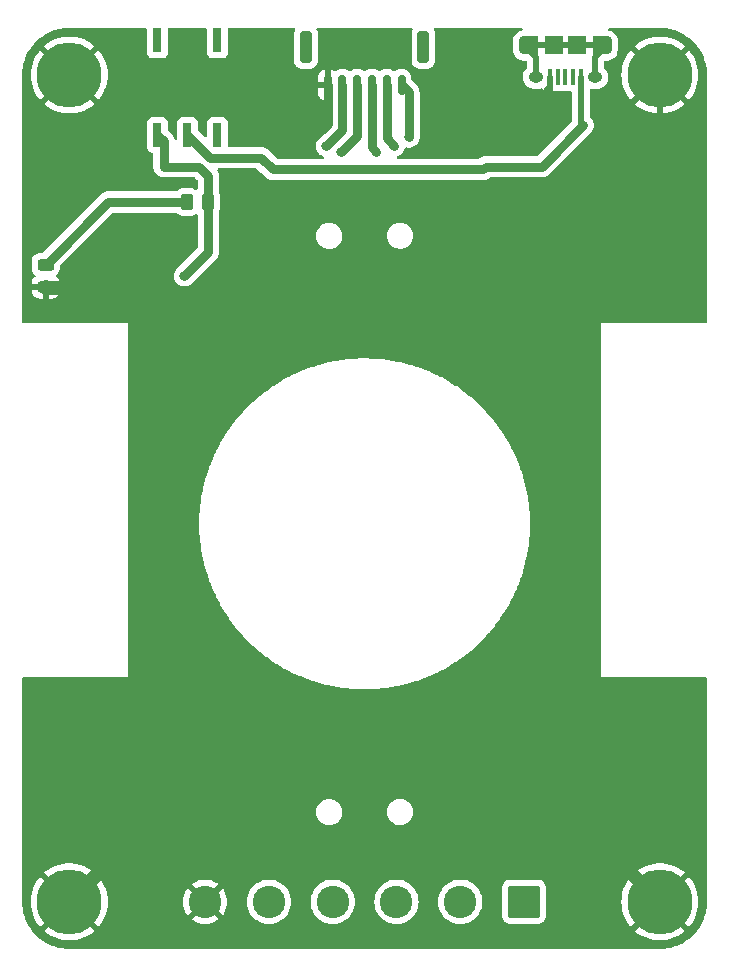
<source format=gbr>
%TF.GenerationSoftware,KiCad,Pcbnew,7.0.7-rc1*%
%TF.CreationDate,2024-03-12T16:10:35-04:00*%
%TF.ProjectId,Static,53746174-6963-42e6-9b69-6361645f7063,rev?*%
%TF.SameCoordinates,Original*%
%TF.FileFunction,Copper,L1,Top*%
%TF.FilePolarity,Positive*%
%FSLAX46Y46*%
G04 Gerber Fmt 4.6, Leading zero omitted, Abs format (unit mm)*
G04 Created by KiCad (PCBNEW 7.0.7-rc1) date 2024-03-12 16:10:35*
%MOMM*%
%LPD*%
G01*
G04 APERTURE LIST*
G04 Aperture macros list*
%AMRoundRect*
0 Rectangle with rounded corners*
0 $1 Rounding radius*
0 $2 $3 $4 $5 $6 $7 $8 $9 X,Y pos of 4 corners*
0 Add a 4 corners polygon primitive as box body*
4,1,4,$2,$3,$4,$5,$6,$7,$8,$9,$2,$3,0*
0 Add four circle primitives for the rounded corners*
1,1,$1+$1,$2,$3*
1,1,$1+$1,$4,$5*
1,1,$1+$1,$6,$7*
1,1,$1+$1,$8,$9*
0 Add four rect primitives between the rounded corners*
20,1,$1+$1,$2,$3,$4,$5,0*
20,1,$1+$1,$4,$5,$6,$7,0*
20,1,$1+$1,$6,$7,$8,$9,0*
20,1,$1+$1,$8,$9,$2,$3,0*%
G04 Aperture macros list end*
%TA.AperFunction,SMDPad,CuDef*%
%ADD10R,0.400000X1.350000*%
%TD*%
%TA.AperFunction,ComponentPad*%
%ADD11O,0.890000X1.550000*%
%TD*%
%TA.AperFunction,SMDPad,CuDef*%
%ADD12R,1.200000X1.550000*%
%TD*%
%TA.AperFunction,ComponentPad*%
%ADD13O,1.250000X0.950000*%
%TD*%
%TA.AperFunction,SMDPad,CuDef*%
%ADD14R,1.500000X1.550000*%
%TD*%
%TA.AperFunction,ComponentPad*%
%ADD15RoundRect,0.250000X1.125000X1.125000X-1.125000X1.125000X-1.125000X-1.125000X1.125000X-1.125000X0*%
%TD*%
%TA.AperFunction,ComponentPad*%
%ADD16C,2.750000*%
%TD*%
%TA.AperFunction,ComponentPad*%
%ADD17C,5.500000*%
%TD*%
%TA.AperFunction,SMDPad,CuDef*%
%ADD18RoundRect,0.150000X0.150000X0.700000X-0.150000X0.700000X-0.150000X-0.700000X0.150000X-0.700000X0*%
%TD*%
%TA.AperFunction,SMDPad,CuDef*%
%ADD19RoundRect,0.250000X0.250000X1.100000X-0.250000X1.100000X-0.250000X-1.100000X0.250000X-1.100000X0*%
%TD*%
%TA.AperFunction,SMDPad,CuDef*%
%ADD20RoundRect,0.250000X0.262500X0.450000X-0.262500X0.450000X-0.262500X-0.450000X0.262500X-0.450000X0*%
%TD*%
%TA.AperFunction,SMDPad,CuDef*%
%ADD21RoundRect,0.243750X0.456250X-0.243750X0.456250X0.243750X-0.456250X0.243750X-0.456250X-0.243750X0*%
%TD*%
%TA.AperFunction,SMDPad,CuDef*%
%ADD22R,0.762000X2.032000*%
%TD*%
%TA.AperFunction,ViaPad*%
%ADD23C,0.800000*%
%TD*%
%TA.AperFunction,Conductor*%
%ADD24C,0.500000*%
%TD*%
%TA.AperFunction,Conductor*%
%ADD25C,1.200000*%
%TD*%
%TA.AperFunction,Conductor*%
%ADD26C,0.800000*%
%TD*%
G04 APERTURE END LIST*
D10*
%TO.P,J2,1,VBUS*%
%TO.N,Net-(J2-VBUS)*%
X165550000Y-48700000D03*
%TO.P,J2,2,D-*%
%TO.N,unconnected-(J2-D--Pad2)*%
X164900000Y-48700000D03*
%TO.P,J2,3,D+*%
%TO.N,unconnected-(J2-D+-Pad3)*%
X164250000Y-48700000D03*
%TO.P,J2,4,ID*%
%TO.N,unconnected-(J2-ID-Pad4)*%
X163600000Y-48700000D03*
%TO.P,J2,5,GND*%
%TO.N,GND*%
X162950000Y-48700000D03*
D11*
%TO.P,J2,6,Shield*%
%TO.N,unconnected-(J2-Shield-Pad6)*%
X167750000Y-46000000D03*
D12*
X167150000Y-46000000D03*
D13*
X166750000Y-48700000D03*
D14*
X165250000Y-46000000D03*
X163250000Y-46000000D03*
D13*
X161750000Y-48700000D03*
D12*
X161350000Y-46000000D03*
D11*
X160750000Y-46000000D03*
%TD*%
D15*
%TO.P,J4,1,Pin_1*%
%TO.N,Net-(J1-Pin_1)*%
X160750000Y-118500000D03*
D16*
%TO.P,J4,2,Pin_2*%
%TO.N,Net-(J1-Pin_2)*%
X155350000Y-118500000D03*
%TO.P,J4,3,Pin_3*%
%TO.N,Net-(J1-Pin_3)*%
X149950000Y-118500000D03*
%TO.P,J4,4,Pin_4*%
%TO.N,Net-(J1-Pin_4)*%
X144550000Y-118500000D03*
%TO.P,J4,5,Pin_5*%
%TO.N,Net-(J1-Pin_5)*%
X139150000Y-118500000D03*
%TO.P,J4,6,Pin_6*%
%TO.N,GND*%
X133750000Y-118500000D03*
%TD*%
D17*
%TO.P,H2,1,1*%
%TO.N,GND*%
X172250000Y-118500000D03*
%TD*%
%TO.P,H1,1,1*%
%TO.N,GND*%
X122250000Y-118500000D03*
%TD*%
D18*
%TO.P,J1,1,Pin_1*%
%TO.N,Net-(J1-Pin_1)*%
X150375000Y-49350000D03*
%TO.P,J1,2,Pin_2*%
%TO.N,Net-(J1-Pin_2)*%
X149125000Y-49350000D03*
%TO.P,J1,3,Pin_3*%
%TO.N,Net-(J1-Pin_3)*%
X147875000Y-49350000D03*
%TO.P,J1,4,Pin_4*%
%TO.N,Net-(J1-Pin_4)*%
X146625000Y-49350000D03*
%TO.P,J1,5,Pin_5*%
%TO.N,Net-(J1-Pin_5)*%
X145375000Y-49350000D03*
%TO.P,J1,6,Pin_6*%
%TO.N,GND*%
X144125000Y-49350000D03*
D19*
%TO.P,J1,MP*%
%TO.N,N/C*%
X152225000Y-46150000D03*
X142275000Y-46150000D03*
%TD*%
D20*
%TO.P,R2,1*%
%TO.N,Net-(J1-Pin_5)*%
X134012500Y-59250000D03*
%TO.P,R2,2*%
%TO.N,Net-(D2-A)*%
X132187500Y-59250000D03*
%TD*%
D21*
%TO.P,D2,1,K*%
%TO.N,GND*%
X120250000Y-66437500D03*
%TO.P,D2,2,A*%
%TO.N,Net-(D2-A)*%
X120250000Y-64562500D03*
%TD*%
D22*
%TO.P,SW1,1,1*%
%TO.N,Net-(J1-Pin_5)*%
X129710000Y-53578000D03*
%TO.P,SW1,2,2*%
%TO.N,Net-(J2-VBUS)*%
X132250000Y-53578000D03*
%TO.P,SW1,3,3*%
%TO.N,unconnected-(SW1-Pad3)*%
X134790000Y-53578000D03*
%TO.P,SW1,4*%
%TO.N,N/C*%
X134790000Y-45577000D03*
%TO.P,SW1,5*%
X129710000Y-45577000D03*
%TD*%
D17*
%TO.P,H3,1,1*%
%TO.N,GND*%
X122250000Y-48500000D03*
%TD*%
%TO.P,H4,1,1*%
%TO.N,GND*%
X172250000Y-48500000D03*
%TD*%
D23*
%TO.N,GND*%
X123250000Y-66500000D03*
X163250000Y-50750000D03*
X142750000Y-54000000D03*
%TO.N,Net-(J1-Pin_2)*%
X149750000Y-54500000D03*
%TO.N,Net-(J1-Pin_1)*%
X151000000Y-53750000D03*
%TO.N,Net-(J1-Pin_3)*%
X148250000Y-55000000D03*
%TO.N,Net-(J1-Pin_4)*%
X145250000Y-55000000D03*
%TO.N,Net-(J1-Pin_5)*%
X132000000Y-65500000D03*
X144000000Y-54500000D03*
%TD*%
D24*
%TO.N,GND*%
X172250000Y-48500000D02*
X172250000Y-54000000D01*
X162950000Y-48700000D02*
X162950000Y-49550000D01*
X144750000Y-47000000D02*
X144125000Y-47625000D01*
X161500000Y-51000000D02*
X154250000Y-51000000D01*
X172250000Y-54000000D02*
X163500000Y-62750000D01*
X162950000Y-49550000D02*
X161500000Y-51000000D01*
D25*
X126500000Y-114250000D02*
X168000000Y-114250000D01*
D24*
X163500000Y-109750000D02*
X172250000Y-118500000D01*
D25*
X120312500Y-66500000D02*
X120250000Y-66437500D01*
D24*
X144125000Y-47625000D02*
X144125000Y-49350000D01*
D26*
X144125000Y-49350000D02*
X144125000Y-52625000D01*
D25*
X168000000Y-114250000D02*
X172250000Y-118500000D01*
D24*
X162950000Y-48700000D02*
X162950000Y-50450000D01*
D25*
X122250000Y-118500000D02*
X126500000Y-114250000D01*
D24*
X154250000Y-51000000D02*
X150250000Y-47000000D01*
D25*
X123250000Y-66500000D02*
X120312500Y-66500000D01*
D24*
X150250000Y-47000000D02*
X144750000Y-47000000D01*
X163500000Y-62750000D02*
X163500000Y-109750000D01*
X162950000Y-50450000D02*
X163250000Y-50750000D01*
D26*
X144125000Y-52625000D02*
X142750000Y-54000000D01*
%TO.N,Net-(J1-Pin_2)*%
X149125000Y-49350000D02*
X149125000Y-53875000D01*
X149125000Y-53875000D02*
X149750000Y-54500000D01*
D24*
%TO.N,unconnected-(J2-Shield-Pad6)*%
X163250000Y-46000000D02*
X165250000Y-46000000D01*
X161750000Y-48700000D02*
X161750000Y-47000000D01*
X161350000Y-46000000D02*
X163250000Y-46000000D01*
X166750000Y-47000000D02*
X167750000Y-46000000D01*
X161750000Y-47000000D02*
X160750000Y-46000000D01*
X166750000Y-48700000D02*
X166750000Y-47000000D01*
X165250000Y-46000000D02*
X167750000Y-46000000D01*
D26*
%TO.N,Net-(J1-Pin_1)*%
X151000000Y-53750000D02*
X151000000Y-49975000D01*
X151000000Y-49975000D02*
X150375000Y-49350000D01*
%TO.N,Net-(J1-Pin_3)*%
X147875000Y-54625000D02*
X148250000Y-55000000D01*
X147875000Y-49350000D02*
X147875000Y-54625000D01*
%TO.N,Net-(J1-Pin_4)*%
X146625000Y-49350000D02*
X146625000Y-53625000D01*
X146625000Y-53625000D02*
X145250000Y-55000000D01*
%TO.N,Net-(J1-Pin_5)*%
X130250000Y-54118000D02*
X130250000Y-56250000D01*
X133250000Y-56250000D02*
X134012500Y-57012500D01*
X145375000Y-49350000D02*
X145375000Y-53125000D01*
X145375000Y-53125000D02*
X144000000Y-54500000D01*
X134012500Y-57012500D02*
X134012500Y-59250000D01*
X134012500Y-59250000D02*
X134012500Y-63487500D01*
X130250000Y-56250000D02*
X133250000Y-56250000D01*
X134012500Y-63487500D02*
X132000000Y-65500000D01*
X129710000Y-53578000D02*
X130250000Y-54118000D01*
D24*
%TO.N,Net-(J2-VBUS)*%
X165550000Y-48700000D02*
X165550000Y-52550000D01*
D26*
X157500000Y-56250000D02*
X162250000Y-56250000D01*
D24*
X165550000Y-52550000D02*
X165750000Y-52750000D01*
D26*
X135250000Y-55500000D02*
X138500000Y-55500000D01*
X138500000Y-55500000D02*
X139500000Y-56500000D01*
X162250000Y-56250000D02*
X165750000Y-52750000D01*
X157250000Y-56500000D02*
X157500000Y-56250000D01*
X139500000Y-56500000D02*
X157250000Y-56500000D01*
X132250000Y-53578000D02*
X134172000Y-55500000D01*
X134172000Y-55500000D02*
X135250000Y-55500000D01*
%TO.N,Net-(D2-A)*%
X125562500Y-59250000D02*
X132187500Y-59250000D01*
X120250000Y-64562500D02*
X125562500Y-59250000D01*
%TD*%
%TA.AperFunction,Conductor*%
%TO.N,GND*%
G36*
X128771539Y-44520185D02*
G01*
X128817294Y-44572989D01*
X128828500Y-44624500D01*
X128828500Y-46640870D01*
X128828501Y-46640876D01*
X128834908Y-46700483D01*
X128885202Y-46835328D01*
X128885206Y-46835335D01*
X128971452Y-46950544D01*
X128971455Y-46950547D01*
X129086664Y-47036793D01*
X129086671Y-47036797D01*
X129221517Y-47087091D01*
X129221516Y-47087091D01*
X129228444Y-47087835D01*
X129281127Y-47093500D01*
X130138872Y-47093499D01*
X130198483Y-47087091D01*
X130333331Y-47036796D01*
X130448546Y-46950546D01*
X130534796Y-46835331D01*
X130585091Y-46700483D01*
X130591500Y-46640873D01*
X130591499Y-44624499D01*
X130611184Y-44557461D01*
X130663987Y-44511706D01*
X130715499Y-44500500D01*
X133784500Y-44500500D01*
X133851539Y-44520185D01*
X133897294Y-44572989D01*
X133908500Y-44624500D01*
X133908500Y-46640870D01*
X133908501Y-46640876D01*
X133914908Y-46700483D01*
X133965202Y-46835328D01*
X133965206Y-46835335D01*
X134051452Y-46950544D01*
X134051455Y-46950547D01*
X134166664Y-47036793D01*
X134166671Y-47036797D01*
X134301517Y-47087091D01*
X134301516Y-47087091D01*
X134308444Y-47087835D01*
X134361127Y-47093500D01*
X135218872Y-47093499D01*
X135278483Y-47087091D01*
X135413331Y-47036796D01*
X135528546Y-46950546D01*
X135614796Y-46835331D01*
X135665091Y-46700483D01*
X135671500Y-46640873D01*
X135671499Y-44624499D01*
X135691184Y-44557461D01*
X135743987Y-44511706D01*
X135795499Y-44500500D01*
X141259979Y-44500500D01*
X141327018Y-44520185D01*
X141372773Y-44572989D01*
X141382717Y-44642147D01*
X141365518Y-44689594D01*
X141359834Y-44698811D01*
X141340187Y-44730663D01*
X141340185Y-44730668D01*
X141323439Y-44781204D01*
X141285001Y-44897203D01*
X141285001Y-44897204D01*
X141285000Y-44897204D01*
X141274500Y-44999983D01*
X141274500Y-47300001D01*
X141274501Y-47300018D01*
X141285000Y-47402796D01*
X141285001Y-47402799D01*
X141308983Y-47475170D01*
X141340186Y-47569334D01*
X141432288Y-47718656D01*
X141556344Y-47842712D01*
X141705666Y-47934814D01*
X141872203Y-47989999D01*
X141974991Y-48000500D01*
X142575008Y-48000499D01*
X142575016Y-48000498D01*
X142575019Y-48000498D01*
X142631302Y-47994748D01*
X142677797Y-47989999D01*
X142844334Y-47934814D01*
X142993656Y-47842712D01*
X143117712Y-47718656D01*
X143209814Y-47569334D01*
X143264999Y-47402797D01*
X143275500Y-47300009D01*
X143275499Y-44999992D01*
X143264999Y-44897203D01*
X143209814Y-44730666D01*
X143184481Y-44689595D01*
X143166042Y-44622204D01*
X143186965Y-44555541D01*
X143240607Y-44510771D01*
X143290021Y-44500500D01*
X151209979Y-44500500D01*
X151277018Y-44520185D01*
X151322773Y-44572989D01*
X151332717Y-44642147D01*
X151315518Y-44689594D01*
X151309834Y-44698811D01*
X151290187Y-44730663D01*
X151290185Y-44730668D01*
X151273439Y-44781204D01*
X151235001Y-44897203D01*
X151235001Y-44897204D01*
X151235000Y-44897204D01*
X151224500Y-44999983D01*
X151224500Y-47300001D01*
X151224501Y-47300018D01*
X151235000Y-47402796D01*
X151235001Y-47402799D01*
X151258983Y-47475170D01*
X151290186Y-47569334D01*
X151382288Y-47718656D01*
X151506344Y-47842712D01*
X151655666Y-47934814D01*
X151822203Y-47989999D01*
X151924991Y-48000500D01*
X152525008Y-48000499D01*
X152525016Y-48000498D01*
X152525019Y-48000498D01*
X152581302Y-47994748D01*
X152627797Y-47989999D01*
X152794334Y-47934814D01*
X152943656Y-47842712D01*
X153067712Y-47718656D01*
X153159814Y-47569334D01*
X153214999Y-47402797D01*
X153225500Y-47300009D01*
X153225499Y-44999992D01*
X153214999Y-44897203D01*
X153159814Y-44730666D01*
X153134481Y-44689595D01*
X153116042Y-44622204D01*
X153136965Y-44555541D01*
X153190607Y-44510771D01*
X153240021Y-44500500D01*
X160511892Y-44500500D01*
X160578931Y-44520185D01*
X160624686Y-44572989D01*
X160634630Y-44642147D01*
X160605605Y-44705703D01*
X160546827Y-44743477D01*
X160530669Y-44747070D01*
X160511793Y-44749961D01*
X160511781Y-44749964D01*
X160331464Y-44816746D01*
X160331460Y-44816748D01*
X160168267Y-44918467D01*
X160028895Y-45050949D01*
X159919041Y-45208781D01*
X159843209Y-45385491D01*
X159804500Y-45573851D01*
X159804500Y-46377951D01*
X159819077Y-46521310D01*
X159876641Y-46704777D01*
X159876648Y-46704792D01*
X159907608Y-46760572D01*
X159969966Y-46872920D01*
X159969969Y-46872923D01*
X159969970Y-46872925D01*
X160095220Y-47018825D01*
X160095221Y-47018826D01*
X160243195Y-47133365D01*
X160247285Y-47136531D01*
X160419929Y-47221217D01*
X160419933Y-47221218D01*
X160419931Y-47221218D01*
X160531241Y-47250038D01*
X160606087Y-47269417D01*
X160679048Y-47273116D01*
X160682496Y-47273388D01*
X160702127Y-47275500D01*
X160724464Y-47275499D01*
X160727606Y-47275579D01*
X160751551Y-47276793D01*
X160798136Y-47279156D01*
X160812664Y-47276929D01*
X160831445Y-47275499D01*
X160875500Y-47275499D01*
X160942539Y-47295184D01*
X160988294Y-47347988D01*
X160999500Y-47399499D01*
X160999500Y-47872883D01*
X160979815Y-47939922D01*
X160956271Y-47966968D01*
X160889320Y-48024444D01*
X160889317Y-48024446D01*
X160767879Y-48181331D01*
X160767877Y-48181335D01*
X160680503Y-48359459D01*
X160630777Y-48551511D01*
X160630776Y-48551517D01*
X160620728Y-48749662D01*
X160620728Y-48749663D01*
X160650768Y-48945764D01*
X160650771Y-48945777D01*
X160719673Y-49131815D01*
X160719677Y-49131824D01*
X160824616Y-49300184D01*
X160824621Y-49300191D01*
X160960165Y-49442783D01*
X160961309Y-49443986D01*
X161124146Y-49557324D01*
X161306465Y-49635563D01*
X161500801Y-49675500D01*
X161949474Y-49675500D01*
X162097380Y-49660459D01*
X162209364Y-49625324D01*
X162279222Y-49624036D01*
X162338686Y-49660721D01*
X162345751Y-49669326D01*
X162392809Y-49732187D01*
X162392812Y-49732190D01*
X162507906Y-49818350D01*
X162507913Y-49818354D01*
X162642620Y-49868596D01*
X162642627Y-49868598D01*
X162702155Y-49874999D01*
X162702172Y-49875000D01*
X162750000Y-49875000D01*
X162750000Y-49714435D01*
X162769685Y-49647396D01*
X162822489Y-49601641D01*
X162891647Y-49591697D01*
X162955203Y-49620722D01*
X162973266Y-49640123D01*
X163042454Y-49732546D01*
X163100311Y-49775858D01*
X163142182Y-49831789D01*
X163149972Y-49874972D01*
X163150000Y-49875000D01*
X163197828Y-49875000D01*
X163197839Y-49874999D01*
X163259395Y-49868380D01*
X163285909Y-49868380D01*
X163292514Y-49869090D01*
X163292517Y-49869091D01*
X163352127Y-49875500D01*
X163847872Y-49875499D01*
X163907483Y-49869091D01*
X163907486Y-49869089D01*
X163911744Y-49868632D01*
X163938254Y-49868632D01*
X163942514Y-49869089D01*
X163942517Y-49869091D01*
X164002127Y-49875500D01*
X164497872Y-49875499D01*
X164557483Y-49869091D01*
X164557486Y-49869089D01*
X164561744Y-49868632D01*
X164588254Y-49868632D01*
X164592514Y-49869089D01*
X164592517Y-49869091D01*
X164652127Y-49875500D01*
X164675497Y-49875499D01*
X164742536Y-49895181D01*
X164788292Y-49947983D01*
X164799500Y-49999499D01*
X164799499Y-52375638D01*
X164779814Y-52442678D01*
X164763180Y-52463319D01*
X161913320Y-55313181D01*
X161851997Y-55346666D01*
X161825639Y-55349500D01*
X157580627Y-55349500D01*
X157561228Y-55347973D01*
X157547389Y-55345781D01*
X157547388Y-55345781D01*
X157478046Y-55349415D01*
X157474803Y-55349500D01*
X157452808Y-55349500D01*
X157437403Y-55351118D01*
X157430933Y-55351798D01*
X157427702Y-55352052D01*
X157358356Y-55355687D01*
X157344809Y-55359317D01*
X157325686Y-55362860D01*
X157311745Y-55364325D01*
X157311743Y-55364325D01*
X157245702Y-55385784D01*
X157242590Y-55386705D01*
X157175517Y-55404677D01*
X157175503Y-55404683D01*
X157163022Y-55411043D01*
X157145049Y-55418488D01*
X157131715Y-55422820D01*
X157071592Y-55457533D01*
X157068740Y-55459082D01*
X157006853Y-55490616D01*
X157006837Y-55490626D01*
X156995948Y-55499444D01*
X156979923Y-55510458D01*
X156967785Y-55517466D01*
X156967781Y-55517469D01*
X156916175Y-55563933D01*
X156913717Y-55566033D01*
X156908425Y-55570319D01*
X156906535Y-55571850D01*
X156842055Y-55598755D01*
X156828481Y-55599500D01*
X150077820Y-55599500D01*
X150010781Y-55579815D01*
X149965026Y-55527011D01*
X149955082Y-55457853D01*
X149984107Y-55394297D01*
X150027384Y-55362221D01*
X150093246Y-55332896D01*
X150096247Y-55331653D01*
X150114186Y-55324767D01*
X150161070Y-55306771D01*
X150172825Y-55299136D01*
X150189926Y-55289851D01*
X150202730Y-55284151D01*
X150258944Y-55243307D01*
X150261561Y-55241509D01*
X150319824Y-55203674D01*
X150329730Y-55193766D01*
X150344526Y-55181129D01*
X150355871Y-55172888D01*
X150402366Y-55121248D01*
X150404548Y-55118948D01*
X150453674Y-55069824D01*
X150461307Y-55058068D01*
X150473150Y-55042636D01*
X150477511Y-55037793D01*
X150482533Y-55032216D01*
X150517277Y-54972035D01*
X150518934Y-54969331D01*
X150556771Y-54911070D01*
X150561790Y-54897992D01*
X150570169Y-54880422D01*
X150577179Y-54868284D01*
X150598643Y-54802220D01*
X150599718Y-54799186D01*
X150604355Y-54787106D01*
X150624607Y-54734350D01*
X150626156Y-54724563D01*
X150656081Y-54661430D01*
X150715390Y-54624495D01*
X150774409Y-54622667D01*
X150905354Y-54650500D01*
X150905355Y-54650500D01*
X151094644Y-54650500D01*
X151094646Y-54650500D01*
X151279803Y-54611144D01*
X151452730Y-54534151D01*
X151605871Y-54422888D01*
X151732533Y-54282216D01*
X151827179Y-54118284D01*
X151885674Y-53938256D01*
X151900500Y-53797192D01*
X151905460Y-53750000D01*
X151902269Y-53719642D01*
X151900840Y-53706037D01*
X151900500Y-53699553D01*
X151900500Y-50055626D01*
X151902027Y-50036225D01*
X151904219Y-50022388D01*
X151900585Y-49953047D01*
X151900500Y-49949802D01*
X151900500Y-49927813D01*
X151900500Y-49927808D01*
X151898199Y-49905921D01*
X151897946Y-49902711D01*
X151894312Y-49833354D01*
X151894311Y-49833348D01*
X151890687Y-49819825D01*
X151887139Y-49800684D01*
X151885674Y-49786748D01*
X151885674Y-49786747D01*
X151885674Y-49786744D01*
X151864214Y-49720699D01*
X151863291Y-49717585D01*
X151862447Y-49714435D01*
X151845320Y-49650512D01*
X151838954Y-49638019D01*
X151831508Y-49620042D01*
X151830627Y-49617331D01*
X151827179Y-49606716D01*
X151827178Y-49606714D01*
X151827175Y-49606707D01*
X151798662Y-49557324D01*
X151792443Y-49546552D01*
X151790920Y-49543747D01*
X151759383Y-49481851D01*
X151759382Y-49481849D01*
X151750560Y-49470955D01*
X151739538Y-49454918D01*
X151733227Y-49443986D01*
X151732533Y-49442784D01*
X151732531Y-49442782D01*
X151732531Y-49442781D01*
X151686060Y-49391170D01*
X151683952Y-49388702D01*
X151670118Y-49371619D01*
X151654577Y-49356078D01*
X151652341Y-49353722D01*
X151605872Y-49302113D01*
X151603217Y-49300184D01*
X151594525Y-49293869D01*
X151579734Y-49281235D01*
X151211819Y-48913319D01*
X151178334Y-48851996D01*
X151175500Y-48825638D01*
X151175500Y-48584304D01*
X151172598Y-48547432D01*
X151172597Y-48547426D01*
X151126745Y-48389606D01*
X151126744Y-48389603D01*
X151126744Y-48389602D01*
X151043081Y-48248135D01*
X151043079Y-48248133D01*
X151043076Y-48248129D01*
X150926870Y-48131923D01*
X150926862Y-48131917D01*
X150848681Y-48085681D01*
X150785398Y-48048256D01*
X150785397Y-48048255D01*
X150785396Y-48048255D01*
X150785393Y-48048254D01*
X150627573Y-48002402D01*
X150627567Y-48002401D01*
X150590696Y-47999500D01*
X150590694Y-47999500D01*
X150159306Y-47999500D01*
X150159304Y-47999500D01*
X150122432Y-48002401D01*
X150122426Y-48002402D01*
X149964606Y-48048254D01*
X149964603Y-48048255D01*
X149816420Y-48135890D01*
X149815254Y-48133919D01*
X149760942Y-48155232D01*
X149692427Y-48141540D01*
X149683595Y-48135864D01*
X149683580Y-48135890D01*
X149602099Y-48087702D01*
X149535398Y-48048256D01*
X149535397Y-48048255D01*
X149535396Y-48048255D01*
X149535393Y-48048254D01*
X149377573Y-48002402D01*
X149377567Y-48002401D01*
X149340696Y-47999500D01*
X149340694Y-47999500D01*
X148909306Y-47999500D01*
X148909304Y-47999500D01*
X148872432Y-48002401D01*
X148872426Y-48002402D01*
X148714606Y-48048254D01*
X148714603Y-48048255D01*
X148566420Y-48135890D01*
X148565254Y-48133919D01*
X148510942Y-48155232D01*
X148442427Y-48141540D01*
X148433595Y-48135864D01*
X148433580Y-48135890D01*
X148352099Y-48087702D01*
X148285398Y-48048256D01*
X148285397Y-48048255D01*
X148285396Y-48048255D01*
X148285393Y-48048254D01*
X148127573Y-48002402D01*
X148127567Y-48002401D01*
X148090696Y-47999500D01*
X148090694Y-47999500D01*
X147659306Y-47999500D01*
X147659304Y-47999500D01*
X147622432Y-48002401D01*
X147622426Y-48002402D01*
X147464606Y-48048254D01*
X147464603Y-48048255D01*
X147316420Y-48135890D01*
X147315254Y-48133919D01*
X147260942Y-48155232D01*
X147192427Y-48141540D01*
X147183595Y-48135864D01*
X147183580Y-48135890D01*
X147102099Y-48087702D01*
X147035398Y-48048256D01*
X147035397Y-48048255D01*
X147035396Y-48048255D01*
X147035393Y-48048254D01*
X146877573Y-48002402D01*
X146877567Y-48002401D01*
X146840696Y-47999500D01*
X146840694Y-47999500D01*
X146409306Y-47999500D01*
X146409304Y-47999500D01*
X146372432Y-48002401D01*
X146372426Y-48002402D01*
X146214606Y-48048254D01*
X146214603Y-48048255D01*
X146066420Y-48135890D01*
X146065254Y-48133919D01*
X146010942Y-48155232D01*
X145942427Y-48141540D01*
X145933595Y-48135864D01*
X145933580Y-48135890D01*
X145852099Y-48087702D01*
X145785398Y-48048256D01*
X145785397Y-48048255D01*
X145785396Y-48048255D01*
X145785393Y-48048254D01*
X145627573Y-48002402D01*
X145627567Y-48002401D01*
X145590696Y-47999500D01*
X145590694Y-47999500D01*
X145159306Y-47999500D01*
X145159304Y-47999500D01*
X145122432Y-48002401D01*
X145122426Y-48002402D01*
X144964606Y-48048254D01*
X144964603Y-48048255D01*
X144816420Y-48135890D01*
X144815329Y-48134045D01*
X144760537Y-48155551D01*
X144692021Y-48141862D01*
X144683292Y-48136252D01*
X144683271Y-48136288D01*
X144535196Y-48048717D01*
X144535193Y-48048716D01*
X144377494Y-48002900D01*
X144377497Y-48002900D01*
X144375000Y-48002703D01*
X144375000Y-50697294D01*
X144388836Y-50710085D01*
X144409147Y-50714352D01*
X144458904Y-50763402D01*
X144474500Y-50823606D01*
X144474500Y-52700638D01*
X144454815Y-52767677D01*
X144438181Y-52788319D01*
X143420263Y-53806236D01*
X143405474Y-53818869D01*
X143394126Y-53827114D01*
X143347666Y-53878713D01*
X143345435Y-53881065D01*
X143329890Y-53896610D01*
X143329875Y-53896627D01*
X143316039Y-53913710D01*
X143313936Y-53916172D01*
X143267469Y-53967781D01*
X143267466Y-53967785D01*
X143260458Y-53979923D01*
X143249444Y-53995948D01*
X143240626Y-54006837D01*
X143240616Y-54006853D01*
X143209082Y-54068740D01*
X143207533Y-54071592D01*
X143172821Y-54131713D01*
X143168487Y-54145053D01*
X143161045Y-54163020D01*
X143154680Y-54175512D01*
X143136706Y-54242584D01*
X143135785Y-54245692D01*
X143114326Y-54311742D01*
X143114325Y-54311745D01*
X143112860Y-54325686D01*
X143109315Y-54344812D01*
X143105686Y-54358352D01*
X143102052Y-54427704D01*
X143101798Y-54430939D01*
X143094540Y-54500001D01*
X143094540Y-54500002D01*
X143096005Y-54513945D01*
X143096514Y-54533389D01*
X143095780Y-54547386D01*
X143095780Y-54547387D01*
X143106641Y-54615969D01*
X143107065Y-54619185D01*
X143114325Y-54688249D01*
X143114326Y-54688255D01*
X143118661Y-54701599D01*
X143123199Y-54720504D01*
X143125392Y-54734348D01*
X143125394Y-54734354D01*
X143150272Y-54799163D01*
X143151355Y-54802222D01*
X143172820Y-54868283D01*
X143172821Y-54868284D01*
X143179823Y-54880412D01*
X143179827Y-54880418D01*
X143188206Y-54897985D01*
X143193227Y-54911067D01*
X143231048Y-54969307D01*
X143232743Y-54972074D01*
X143267467Y-55032216D01*
X143267468Y-55032217D01*
X143267469Y-55032218D01*
X143267470Y-55032220D01*
X143276848Y-55042635D01*
X143288697Y-55058077D01*
X143296326Y-55069826D01*
X143345422Y-55118921D01*
X143347657Y-55121276D01*
X143394129Y-55172888D01*
X143405468Y-55181126D01*
X143420265Y-55193764D01*
X143430176Y-55203675D01*
X143488415Y-55241496D01*
X143491074Y-55243322D01*
X143547270Y-55284151D01*
X143559418Y-55289559D01*
X143560073Y-55289851D01*
X143577174Y-55299137D01*
X143588925Y-55306768D01*
X143588926Y-55306769D01*
X143588930Y-55306771D01*
X143602193Y-55311862D01*
X143653759Y-55331656D01*
X143656742Y-55332891D01*
X143720197Y-55361144D01*
X143720199Y-55361144D01*
X143722617Y-55362221D01*
X143775853Y-55407472D01*
X143796174Y-55474321D01*
X143777128Y-55541545D01*
X143724762Y-55587799D01*
X143672180Y-55599500D01*
X139924362Y-55599500D01*
X139857323Y-55579815D01*
X139836681Y-55563181D01*
X139193764Y-54920265D01*
X139181126Y-54905468D01*
X139172887Y-54894128D01*
X139121277Y-54847657D01*
X139118922Y-54845423D01*
X139103382Y-54829882D01*
X139086295Y-54816043D01*
X139083831Y-54813939D01*
X139032220Y-54767470D01*
X139032213Y-54767465D01*
X139020070Y-54760454D01*
X139004043Y-54749438D01*
X138993153Y-54740620D01*
X138993151Y-54740619D01*
X138993149Y-54740617D01*
X138974259Y-54730992D01*
X138931266Y-54709085D01*
X138928414Y-54707537D01*
X138868282Y-54672820D01*
X138854949Y-54668488D01*
X138836978Y-54661043D01*
X138824498Y-54654684D01*
X138824486Y-54654679D01*
X138757409Y-54636705D01*
X138754309Y-54635787D01*
X138688256Y-54614326D01*
X138688251Y-54614325D01*
X138688249Y-54614325D01*
X138674314Y-54612860D01*
X138655189Y-54609315D01*
X138641653Y-54605688D01*
X138641643Y-54605686D01*
X138572290Y-54602051D01*
X138569059Y-54601797D01*
X138554537Y-54600271D01*
X138547192Y-54599500D01*
X138547189Y-54599500D01*
X138525203Y-54599500D01*
X138521959Y-54599415D01*
X138452612Y-54595781D01*
X138452611Y-54595781D01*
X138438772Y-54597973D01*
X138419373Y-54599500D01*
X135795500Y-54599500D01*
X135728461Y-54579815D01*
X135682706Y-54527011D01*
X135671500Y-54475500D01*
X135671499Y-52514129D01*
X135671498Y-52514123D01*
X135671497Y-52514116D01*
X135665091Y-52454517D01*
X135660675Y-52442678D01*
X135614797Y-52319671D01*
X135614793Y-52319664D01*
X135528547Y-52204455D01*
X135528544Y-52204452D01*
X135413335Y-52118206D01*
X135413328Y-52118202D01*
X135278482Y-52067908D01*
X135278483Y-52067908D01*
X135218883Y-52061501D01*
X135218881Y-52061500D01*
X135218873Y-52061500D01*
X135218864Y-52061500D01*
X134361129Y-52061500D01*
X134361123Y-52061501D01*
X134301516Y-52067908D01*
X134166671Y-52118202D01*
X134166664Y-52118206D01*
X134051455Y-52204452D01*
X134051452Y-52204455D01*
X133965206Y-52319664D01*
X133965202Y-52319671D01*
X133914908Y-52454517D01*
X133908501Y-52514116D01*
X133908501Y-52514123D01*
X133908500Y-52514135D01*
X133908500Y-53663639D01*
X133888815Y-53730678D01*
X133836011Y-53776433D01*
X133766853Y-53786377D01*
X133703297Y-53757352D01*
X133696819Y-53751320D01*
X133167818Y-53222319D01*
X133134333Y-53160996D01*
X133131499Y-53134638D01*
X133131499Y-52514129D01*
X133131498Y-52514123D01*
X133131497Y-52514116D01*
X133125091Y-52454517D01*
X133120675Y-52442678D01*
X133074797Y-52319671D01*
X133074793Y-52319664D01*
X132988547Y-52204455D01*
X132988544Y-52204452D01*
X132873335Y-52118206D01*
X132873328Y-52118202D01*
X132738482Y-52067908D01*
X132738483Y-52067908D01*
X132678883Y-52061501D01*
X132678881Y-52061500D01*
X132678873Y-52061500D01*
X132678864Y-52061500D01*
X131821129Y-52061500D01*
X131821123Y-52061501D01*
X131761516Y-52067908D01*
X131626671Y-52118202D01*
X131626664Y-52118206D01*
X131511455Y-52204452D01*
X131511452Y-52204455D01*
X131425206Y-52319664D01*
X131425202Y-52319671D01*
X131374908Y-52454517D01*
X131368501Y-52514116D01*
X131368501Y-52514123D01*
X131368500Y-52514135D01*
X131368500Y-53377411D01*
X131366973Y-53396809D01*
X131345781Y-53530609D01*
X131345780Y-53530610D01*
X131355686Y-53719642D01*
X131355687Y-53719646D01*
X131363820Y-53750000D01*
X131364275Y-53751696D01*
X131368500Y-53783790D01*
X131368500Y-53863406D01*
X131348815Y-53930445D01*
X131296011Y-53976200D01*
X131226853Y-53986144D01*
X131163297Y-53957119D01*
X131126570Y-53901726D01*
X131114206Y-53863675D01*
X131113291Y-53860585D01*
X131104323Y-53827114D01*
X131095320Y-53793512D01*
X131088954Y-53781019D01*
X131081508Y-53763042D01*
X131079659Y-53757352D01*
X131077179Y-53749716D01*
X131077178Y-53749714D01*
X131077175Y-53749707D01*
X131053670Y-53708998D01*
X131042443Y-53689552D01*
X131040920Y-53686747D01*
X131009383Y-53624851D01*
X131009382Y-53624849D01*
X131000560Y-53613955D01*
X130989538Y-53597918D01*
X130982532Y-53585783D01*
X130982531Y-53585781D01*
X130936060Y-53534170D01*
X130933952Y-53531702D01*
X130933069Y-53530612D01*
X130920119Y-53514620D01*
X130904577Y-53499078D01*
X130902341Y-53496722D01*
X130855872Y-53445113D01*
X130855871Y-53445112D01*
X130844525Y-53436869D01*
X130829734Y-53424235D01*
X130627817Y-53222318D01*
X130594332Y-53160995D01*
X130591499Y-53134646D01*
X130591499Y-52514128D01*
X130585091Y-52454517D01*
X130580675Y-52442678D01*
X130534797Y-52319671D01*
X130534793Y-52319664D01*
X130448547Y-52204455D01*
X130448544Y-52204452D01*
X130333335Y-52118206D01*
X130333328Y-52118202D01*
X130198482Y-52067908D01*
X130198483Y-52067908D01*
X130138883Y-52061501D01*
X130138881Y-52061500D01*
X130138873Y-52061500D01*
X130138864Y-52061500D01*
X129281129Y-52061500D01*
X129281123Y-52061501D01*
X129221516Y-52067908D01*
X129086671Y-52118202D01*
X129086664Y-52118206D01*
X128971455Y-52204452D01*
X128971452Y-52204455D01*
X128885206Y-52319664D01*
X128885202Y-52319671D01*
X128834908Y-52454517D01*
X128828501Y-52514116D01*
X128828501Y-52514123D01*
X128828500Y-52514135D01*
X128828500Y-53377411D01*
X128826973Y-53396809D01*
X128805781Y-53530609D01*
X128805780Y-53530610D01*
X128815686Y-53719642D01*
X128815687Y-53719646D01*
X128823820Y-53750000D01*
X128824275Y-53751696D01*
X128828500Y-53783790D01*
X128828500Y-54641870D01*
X128828501Y-54641876D01*
X128834908Y-54701483D01*
X128885202Y-54836328D01*
X128885206Y-54836335D01*
X128971452Y-54951544D01*
X128971455Y-54951547D01*
X129086664Y-55037793D01*
X129086671Y-55037797D01*
X129119084Y-55049886D01*
X129221517Y-55088091D01*
X129238755Y-55089944D01*
X129303304Y-55116680D01*
X129343153Y-55174072D01*
X129349499Y-55213233D01*
X129349500Y-56155353D01*
X129349500Y-56344646D01*
X129358688Y-56387880D01*
X129359704Y-56394291D01*
X129364325Y-56438256D01*
X129377986Y-56480296D01*
X129379666Y-56486569D01*
X129388856Y-56529803D01*
X129388855Y-56529803D01*
X129406833Y-56570179D01*
X129409160Y-56576242D01*
X129422818Y-56618277D01*
X129422820Y-56618281D01*
X129422821Y-56618284D01*
X129437789Y-56644209D01*
X129444924Y-56656567D01*
X129447870Y-56662349D01*
X129465849Y-56702730D01*
X129465850Y-56702732D01*
X129465853Y-56702736D01*
X129491825Y-56738484D01*
X129495362Y-56743930D01*
X129517464Y-56782212D01*
X129517471Y-56782222D01*
X129547050Y-56815072D01*
X129551137Y-56820119D01*
X129577110Y-56855869D01*
X129577111Y-56855870D01*
X129577112Y-56855871D01*
X129609966Y-56885453D01*
X129614546Y-56890034D01*
X129644128Y-56922887D01*
X129644129Y-56922888D01*
X129679892Y-56948870D01*
X129684934Y-56952954D01*
X129717777Y-56982528D01*
X129717787Y-56982535D01*
X129756070Y-57004638D01*
X129761516Y-57008175D01*
X129797266Y-57034149D01*
X129837644Y-57052127D01*
X129843430Y-57055075D01*
X129869300Y-57070010D01*
X129881716Y-57077179D01*
X129923755Y-57090837D01*
X129929812Y-57093163D01*
X129970193Y-57111142D01*
X129970192Y-57111142D01*
X129970197Y-57111144D01*
X130004720Y-57118481D01*
X130013435Y-57120334D01*
X130019698Y-57122011D01*
X130061744Y-57135674D01*
X130093051Y-57138964D01*
X130105709Y-57140295D01*
X130112123Y-57141311D01*
X130155354Y-57150500D01*
X130202808Y-57150500D01*
X132825639Y-57150500D01*
X132892678Y-57170185D01*
X132913320Y-57186819D01*
X133075681Y-57349180D01*
X133109166Y-57410503D01*
X133112000Y-57436861D01*
X133112000Y-58104369D01*
X133092315Y-58171408D01*
X133039511Y-58217163D01*
X132970353Y-58227107D01*
X132922904Y-58209908D01*
X132769340Y-58115189D01*
X132769335Y-58115187D01*
X132769334Y-58115186D01*
X132602797Y-58060001D01*
X132602795Y-58060000D01*
X132500010Y-58049500D01*
X131874998Y-58049500D01*
X131874980Y-58049501D01*
X131772203Y-58060000D01*
X131772200Y-58060001D01*
X131605668Y-58115185D01*
X131605663Y-58115187D01*
X131456345Y-58207287D01*
X131350450Y-58313182D01*
X131289127Y-58346666D01*
X131262769Y-58349500D01*
X125643127Y-58349500D01*
X125623728Y-58347973D01*
X125609888Y-58345781D01*
X125540541Y-58349415D01*
X125537298Y-58349500D01*
X125515308Y-58349500D01*
X125509059Y-58350156D01*
X125493441Y-58351797D01*
X125490210Y-58352051D01*
X125420858Y-58355686D01*
X125420853Y-58355687D01*
X125407303Y-58359317D01*
X125388191Y-58362859D01*
X125374249Y-58364325D01*
X125374237Y-58364327D01*
X125321985Y-58381305D01*
X125308184Y-58385789D01*
X125305103Y-58386702D01*
X125259573Y-58398902D01*
X125238012Y-58404680D01*
X125225517Y-58411046D01*
X125207556Y-58418485D01*
X125194215Y-58422820D01*
X125194213Y-58422821D01*
X125134083Y-58457536D01*
X125131232Y-58459085D01*
X125069355Y-58490612D01*
X125069350Y-58490616D01*
X125058446Y-58499445D01*
X125042427Y-58510454D01*
X125030288Y-58517463D01*
X125030285Y-58517465D01*
X124978689Y-58563922D01*
X124976225Y-58566027D01*
X124959128Y-58579873D01*
X124959112Y-58579887D01*
X124943555Y-58595444D01*
X124941203Y-58597675D01*
X124889613Y-58644127D01*
X124889605Y-58644136D01*
X124881372Y-58655468D01*
X124868738Y-58670260D01*
X120000820Y-63538181D01*
X119939497Y-63571666D01*
X119913139Y-63574500D01*
X119744144Y-63574500D01*
X119642223Y-63584913D01*
X119477077Y-63639637D01*
X119477066Y-63639642D01*
X119329000Y-63730971D01*
X119328996Y-63730974D01*
X119205974Y-63853996D01*
X119205971Y-63854000D01*
X119114642Y-64002066D01*
X119114637Y-64002077D01*
X119059913Y-64167223D01*
X119049500Y-64269144D01*
X119049500Y-64855855D01*
X119059913Y-64957776D01*
X119114637Y-65122922D01*
X119114642Y-65122933D01*
X119205971Y-65270999D01*
X119205974Y-65271003D01*
X119328999Y-65394028D01*
X119330183Y-65394758D01*
X119330823Y-65395470D01*
X119334664Y-65398507D01*
X119334145Y-65399163D01*
X119376906Y-65446708D01*
X119388125Y-65515671D01*
X119360279Y-65579752D01*
X119334877Y-65601762D01*
X119334977Y-65601888D01*
X119332177Y-65604101D01*
X119330184Y-65605829D01*
X119329315Y-65606364D01*
X119329309Y-65606369D01*
X119206370Y-65729308D01*
X119115096Y-65877285D01*
X119115094Y-65877290D01*
X119060407Y-66042326D01*
X119050000Y-66144184D01*
X119050000Y-66187500D01*
X121450000Y-66187500D01*
X121450000Y-66144197D01*
X121449999Y-66144184D01*
X121439592Y-66042326D01*
X121384905Y-65877290D01*
X121384903Y-65877285D01*
X121293629Y-65729308D01*
X121170690Y-65606369D01*
X121170685Y-65606365D01*
X121169822Y-65605833D01*
X121169353Y-65605312D01*
X121165023Y-65601888D01*
X121165608Y-65601148D01*
X121123096Y-65553886D01*
X121111873Y-65484924D01*
X121139716Y-65420841D01*
X121165398Y-65398586D01*
X121165336Y-65398507D01*
X121167106Y-65397107D01*
X121169820Y-65394755D01*
X121171003Y-65394026D01*
X121294026Y-65271003D01*
X121385362Y-65122925D01*
X121440087Y-64957775D01*
X121450500Y-64855848D01*
X121450499Y-64686860D01*
X121470183Y-64619821D01*
X121486813Y-64599184D01*
X125899180Y-60186819D01*
X125960504Y-60153334D01*
X125986862Y-60150500D01*
X131262769Y-60150500D01*
X131329808Y-60170185D01*
X131350450Y-60186818D01*
X131456344Y-60292712D01*
X131605666Y-60384814D01*
X131772203Y-60439999D01*
X131874991Y-60450500D01*
X132500008Y-60450499D01*
X132500016Y-60450498D01*
X132500019Y-60450498D01*
X132556302Y-60444748D01*
X132602797Y-60439999D01*
X132769334Y-60384814D01*
X132918656Y-60292712D01*
X132918658Y-60292709D01*
X132922902Y-60290092D01*
X132990294Y-60271651D01*
X133056958Y-60292573D01*
X133101727Y-60346215D01*
X133111999Y-60395630D01*
X133111999Y-63063138D01*
X133092314Y-63130177D01*
X133075680Y-63150819D01*
X131420263Y-64806236D01*
X131405474Y-64818869D01*
X131394126Y-64827114D01*
X131347666Y-64878713D01*
X131345435Y-64881065D01*
X131329890Y-64896610D01*
X131329875Y-64896627D01*
X131316039Y-64913710D01*
X131313936Y-64916172D01*
X131267469Y-64967781D01*
X131267466Y-64967785D01*
X131260458Y-64979923D01*
X131249444Y-64995948D01*
X131240626Y-65006837D01*
X131240616Y-65006853D01*
X131209082Y-65068740D01*
X131207533Y-65071592D01*
X131172821Y-65131713D01*
X131168487Y-65145053D01*
X131161045Y-65163020D01*
X131154680Y-65175512D01*
X131136706Y-65242584D01*
X131135785Y-65245692D01*
X131114326Y-65311742D01*
X131114325Y-65311745D01*
X131112860Y-65325686D01*
X131109315Y-65344812D01*
X131105686Y-65358352D01*
X131102052Y-65427704D01*
X131101798Y-65430927D01*
X131096078Y-65485362D01*
X131094540Y-65500001D01*
X131094540Y-65500002D01*
X131096005Y-65513945D01*
X131096514Y-65533389D01*
X131095780Y-65547386D01*
X131095780Y-65547387D01*
X131106641Y-65615969D01*
X131107065Y-65619185D01*
X131114325Y-65688249D01*
X131114326Y-65688255D01*
X131118661Y-65701599D01*
X131123199Y-65720504D01*
X131125392Y-65734348D01*
X131125394Y-65734354D01*
X131150272Y-65799163D01*
X131151355Y-65802222D01*
X131172820Y-65868283D01*
X131179827Y-65880418D01*
X131188206Y-65897985D01*
X131193227Y-65911067D01*
X131231048Y-65969307D01*
X131232743Y-65972074D01*
X131267467Y-66032216D01*
X131267469Y-66032218D01*
X131267470Y-66032220D01*
X131276848Y-66042635D01*
X131288697Y-66058077D01*
X131296326Y-66069826D01*
X131345422Y-66118921D01*
X131347657Y-66121276D01*
X131394129Y-66172888D01*
X131405468Y-66181126D01*
X131420265Y-66193764D01*
X131430176Y-66203675D01*
X131488415Y-66241496D01*
X131491074Y-66243322D01*
X131547270Y-66284151D01*
X131559418Y-66289559D01*
X131560073Y-66289851D01*
X131577174Y-66299137D01*
X131588925Y-66306768D01*
X131588930Y-66306771D01*
X131603582Y-66312395D01*
X131653759Y-66331656D01*
X131656742Y-66332891D01*
X131720197Y-66361144D01*
X131733918Y-66364060D01*
X131752564Y-66369583D01*
X131765650Y-66374607D01*
X131834258Y-66385472D01*
X131837391Y-66386053D01*
X131905354Y-66400500D01*
X131919373Y-66400500D01*
X131938772Y-66402027D01*
X131952612Y-66404219D01*
X132021959Y-66400584D01*
X132025203Y-66400500D01*
X132094643Y-66400500D01*
X132094646Y-66400500D01*
X132108359Y-66397584D01*
X132127647Y-66395046D01*
X132141646Y-66394313D01*
X132208754Y-66376330D01*
X132211862Y-66375584D01*
X132279803Y-66361144D01*
X132292604Y-66355443D01*
X132310954Y-66348946D01*
X132310964Y-66348943D01*
X132324488Y-66345320D01*
X132386386Y-66313780D01*
X132389292Y-66312395D01*
X132390686Y-66311774D01*
X132452730Y-66284151D01*
X132464059Y-66275918D01*
X132480656Y-66265747D01*
X132493149Y-66259383D01*
X132547134Y-66215664D01*
X132549678Y-66213712D01*
X132605871Y-66172888D01*
X132652357Y-66121258D01*
X132654558Y-66118939D01*
X134592242Y-64181256D01*
X134607025Y-64168630D01*
X134618371Y-64160388D01*
X134664839Y-64108778D01*
X134667040Y-64106458D01*
X134682620Y-64090880D01*
X134696475Y-64073768D01*
X134698554Y-64071334D01*
X134745033Y-64019716D01*
X134752037Y-64007583D01*
X134763063Y-63991541D01*
X134771882Y-63980650D01*
X134803414Y-63918763D01*
X134804942Y-63915947D01*
X134839679Y-63855784D01*
X134844009Y-63842456D01*
X134851460Y-63824469D01*
X134857819Y-63811989D01*
X134857820Y-63811988D01*
X134875796Y-63744897D01*
X134876714Y-63741801D01*
X134880233Y-63730971D01*
X134898174Y-63675756D01*
X134899638Y-63661817D01*
X134903187Y-63642675D01*
X134904001Y-63639638D01*
X134906813Y-63629145D01*
X134910447Y-63559781D01*
X134910701Y-63556564D01*
X134912999Y-63534699D01*
X134913000Y-63534691D01*
X134913000Y-63512701D01*
X134913085Y-63509456D01*
X134916719Y-63440112D01*
X134914527Y-63426272D01*
X134913000Y-63406873D01*
X134913000Y-62120000D01*
X143144785Y-62120000D01*
X143163602Y-62323082D01*
X143219417Y-62519247D01*
X143219422Y-62519260D01*
X143310327Y-62701821D01*
X143433237Y-62864581D01*
X143583958Y-63001980D01*
X143583960Y-63001982D01*
X143710148Y-63080113D01*
X143757363Y-63109348D01*
X143788863Y-63121551D01*
X143791927Y-63122844D01*
X143792002Y-63122870D01*
X143792004Y-63122871D01*
X143793021Y-63123223D01*
X143794499Y-63123735D01*
X143867113Y-63151865D01*
X143947544Y-63183024D01*
X143980395Y-63189165D01*
X143983608Y-63189854D01*
X143990070Y-63191422D01*
X143990075Y-63191424D01*
X143990079Y-63191424D01*
X143990081Y-63191425D01*
X144000493Y-63192922D01*
X144046035Y-63201435D01*
X144148024Y-63220500D01*
X144148026Y-63220500D01*
X144183437Y-63220500D01*
X144191643Y-63221086D01*
X144191649Y-63220972D01*
X144197537Y-63221252D01*
X144197541Y-63221253D01*
X144197544Y-63221252D01*
X144197548Y-63221253D01*
X144205954Y-63220853D01*
X144205964Y-63220855D01*
X144211938Y-63220570D01*
X144214891Y-63220500D01*
X144351975Y-63220500D01*
X144351976Y-63220500D01*
X144395198Y-63212420D01*
X144403646Y-63211435D01*
X144406902Y-63211280D01*
X144406904Y-63211279D01*
X144408781Y-63211190D01*
X144408827Y-63211185D01*
X144441914Y-63209608D01*
X144472294Y-63198008D01*
X144552456Y-63183024D01*
X144597381Y-63165619D01*
X144605145Y-63163186D01*
X144610593Y-63161865D01*
X144610596Y-63161863D01*
X144613340Y-63161198D01*
X144613370Y-63161190D01*
X144642586Y-63154101D01*
X144668999Y-63137875D01*
X144731313Y-63113735D01*
X144742635Y-63109349D01*
X144742640Y-63109346D01*
X144787244Y-63081728D01*
X144794092Y-63078064D01*
X144801251Y-63074795D01*
X144801254Y-63074792D01*
X144805575Y-63072820D01*
X144807528Y-63071928D01*
X144808782Y-63071747D01*
X144812029Y-63069872D01*
X144829245Y-63062010D01*
X144851028Y-63042234D01*
X144916041Y-63001981D01*
X144958053Y-62963681D01*
X144963809Y-62959036D01*
X144971985Y-62953215D01*
X144971989Y-62953210D01*
X144972077Y-62953148D01*
X144974906Y-62952168D01*
X144981622Y-62946350D01*
X144995296Y-62936612D01*
X145012053Y-62914453D01*
X145066764Y-62864579D01*
X145103691Y-62815678D01*
X145108278Y-62810278D01*
X145111207Y-62807203D01*
X145112284Y-62806074D01*
X145116302Y-62803752D01*
X145124799Y-62792949D01*
X145134839Y-62782419D01*
X145146455Y-62759050D01*
X145189673Y-62701821D01*
X145216822Y-62647297D01*
X145224339Y-62639189D01*
X145225541Y-62636187D01*
X145236342Y-62615235D01*
X145242993Y-62604884D01*
X145249607Y-62581455D01*
X145280582Y-62519250D01*
X145297598Y-62459443D01*
X145304343Y-62448750D01*
X145305596Y-62442253D01*
X145312240Y-62419626D01*
X145315947Y-62410365D01*
X145317948Y-62387921D01*
X145336397Y-62323083D01*
X145343368Y-62247845D01*
X145344217Y-62241880D01*
X145347510Y-62224799D01*
X145347510Y-62224794D01*
X145351179Y-62205758D01*
X145349173Y-62185195D01*
X145355215Y-62120000D01*
X145354288Y-62110000D01*
X149134785Y-62110000D01*
X149153602Y-62313082D01*
X149209417Y-62509247D01*
X149209422Y-62509260D01*
X149300327Y-62691821D01*
X149423237Y-62854581D01*
X149573958Y-62991980D01*
X149573960Y-62991982D01*
X149687060Y-63062010D01*
X149747363Y-63099348D01*
X149778863Y-63111551D01*
X149781927Y-63112844D01*
X149782002Y-63112870D01*
X149782004Y-63112871D01*
X149783021Y-63113223D01*
X149784499Y-63113735D01*
X149826942Y-63130177D01*
X149937544Y-63173024D01*
X149970395Y-63179165D01*
X149973608Y-63179854D01*
X149980070Y-63181422D01*
X149980075Y-63181424D01*
X149980079Y-63181424D01*
X149980081Y-63181425D01*
X149990493Y-63182922D01*
X150017696Y-63188007D01*
X150138024Y-63210500D01*
X150138026Y-63210500D01*
X150173437Y-63210500D01*
X150181643Y-63211086D01*
X150181649Y-63210972D01*
X150187537Y-63211252D01*
X150187541Y-63211253D01*
X150187544Y-63211252D01*
X150187548Y-63211253D01*
X150195954Y-63210853D01*
X150195964Y-63210855D01*
X150201938Y-63210570D01*
X150204891Y-63210500D01*
X150341975Y-63210500D01*
X150341976Y-63210500D01*
X150385198Y-63202420D01*
X150393646Y-63201435D01*
X150396902Y-63201280D01*
X150396904Y-63201279D01*
X150398781Y-63201190D01*
X150398827Y-63201185D01*
X150431914Y-63199608D01*
X150462294Y-63188008D01*
X150542456Y-63173024D01*
X150587381Y-63155619D01*
X150595145Y-63153186D01*
X150600593Y-63151865D01*
X150600596Y-63151863D01*
X150603340Y-63151198D01*
X150603370Y-63151190D01*
X150632586Y-63144101D01*
X150658999Y-63127875D01*
X150720030Y-63104232D01*
X150732635Y-63099349D01*
X150732640Y-63099346D01*
X150773893Y-63073802D01*
X150781801Y-63071552D01*
X150782965Y-63070880D01*
X150782408Y-63069988D01*
X150785827Y-63067852D01*
X150787829Y-63066774D01*
X150787672Y-63066430D01*
X150793786Y-63063638D01*
X150797528Y-63061928D01*
X150798782Y-63061747D01*
X150802029Y-63059872D01*
X150819245Y-63052010D01*
X150841028Y-63032234D01*
X150906041Y-62991981D01*
X150948053Y-62953681D01*
X150953809Y-62949036D01*
X150961985Y-62943215D01*
X150961989Y-62943210D01*
X150962077Y-62943148D01*
X150964906Y-62942168D01*
X150971622Y-62936350D01*
X150985296Y-62926612D01*
X151002053Y-62904453D01*
X151056764Y-62854579D01*
X151093691Y-62805678D01*
X151098278Y-62800278D01*
X151101207Y-62797203D01*
X151102284Y-62796074D01*
X151106302Y-62793752D01*
X151114799Y-62782949D01*
X151124839Y-62772419D01*
X151136455Y-62749050D01*
X151179673Y-62691821D01*
X151206822Y-62637297D01*
X151214339Y-62629189D01*
X151215541Y-62626187D01*
X151226342Y-62605235D01*
X151232993Y-62594884D01*
X151239607Y-62571455D01*
X151270582Y-62509250D01*
X151287598Y-62449443D01*
X151294343Y-62438750D01*
X151295596Y-62432253D01*
X151302240Y-62409626D01*
X151305947Y-62400365D01*
X151307948Y-62377921D01*
X151326397Y-62313083D01*
X151333368Y-62237845D01*
X151334217Y-62231880D01*
X151337510Y-62214799D01*
X151337510Y-62214794D01*
X151341179Y-62195758D01*
X151339173Y-62175195D01*
X151345215Y-62110000D01*
X151339173Y-62044804D01*
X151342180Y-62029433D01*
X151336147Y-61998132D01*
X151334219Y-61988127D01*
X151333368Y-61982148D01*
X151326397Y-61906917D01*
X151307948Y-61842076D01*
X151308091Y-61824986D01*
X151302239Y-61810369D01*
X151295597Y-61787746D01*
X151295152Y-61785440D01*
X151287599Y-61770558D01*
X151270582Y-61710750D01*
X151270581Y-61710747D01*
X151270580Y-61710744D01*
X151239608Y-61648546D01*
X151236365Y-61630359D01*
X151226342Y-61614762D01*
X151215891Y-61594490D01*
X151206824Y-61582705D01*
X151179673Y-61528179D01*
X151179670Y-61528175D01*
X151179669Y-61528173D01*
X151136456Y-61470949D01*
X151129456Y-61452420D01*
X151114797Y-61437047D01*
X151108144Y-61428588D01*
X151102316Y-61423957D01*
X151098299Y-61419744D01*
X151093692Y-61414322D01*
X151083043Y-61400220D01*
X151056766Y-61365422D01*
X151056764Y-61365420D01*
X151002055Y-61315547D01*
X150991101Y-61297519D01*
X150971623Y-61283649D01*
X150966369Y-61279096D01*
X150962065Y-61276842D01*
X150953832Y-61270978D01*
X150948024Y-61266291D01*
X150933766Y-61253293D01*
X150906041Y-61228019D01*
X150906034Y-61228015D01*
X150906032Y-61228013D01*
X150841029Y-61187765D01*
X150826113Y-61171124D01*
X150802029Y-61160126D01*
X150799533Y-61158685D01*
X150797586Y-61158097D01*
X150784104Y-61151940D01*
X150777214Y-61148253D01*
X150748789Y-61130653D01*
X150732637Y-61120652D01*
X150684805Y-61102122D01*
X150658993Y-61092122D01*
X150640320Y-61077772D01*
X150600264Y-61068055D01*
X150598216Y-61067558D01*
X150595155Y-61066815D01*
X150587370Y-61064375D01*
X150556645Y-61052473D01*
X150542456Y-61046976D01*
X150542447Y-61046974D01*
X150542446Y-61046974D01*
X150462284Y-61031988D01*
X150440247Y-61020783D01*
X150393641Y-61018563D01*
X150385191Y-61017577D01*
X150341980Y-61009500D01*
X150341976Y-61009500D01*
X150204834Y-61009500D01*
X150201884Y-61009430D01*
X150187540Y-61008746D01*
X150181649Y-61009028D01*
X150181643Y-61008913D01*
X150173437Y-61009500D01*
X150138024Y-61009500D01*
X150077999Y-61020720D01*
X149990491Y-61037078D01*
X149980072Y-61038576D01*
X149973593Y-61040148D01*
X149970373Y-61040839D01*
X149937548Y-61046975D01*
X149937538Y-61046977D01*
X149784496Y-61106266D01*
X149781915Y-61107159D01*
X149778811Y-61108468D01*
X149747363Y-61120651D01*
X149747361Y-61120652D01*
X149573957Y-61228020D01*
X149423237Y-61365418D01*
X149300327Y-61528178D01*
X149209422Y-61710739D01*
X149209417Y-61710752D01*
X149153602Y-61906917D01*
X149134785Y-62109999D01*
X149134785Y-62110000D01*
X145354288Y-62110000D01*
X145349173Y-62054804D01*
X145352180Y-62039433D01*
X145345582Y-62005201D01*
X145344219Y-61998127D01*
X145343368Y-61992148D01*
X145336397Y-61916917D01*
X145317948Y-61852076D01*
X145318091Y-61834986D01*
X145312239Y-61820369D01*
X145305597Y-61797746D01*
X145305152Y-61795440D01*
X145297599Y-61780558D01*
X145280582Y-61720750D01*
X145280581Y-61720747D01*
X145280580Y-61720744D01*
X145249608Y-61658546D01*
X145246365Y-61640359D01*
X145236342Y-61624762D01*
X145225891Y-61604490D01*
X145216824Y-61592705D01*
X145189673Y-61538179D01*
X145189670Y-61538175D01*
X145189669Y-61538173D01*
X145146456Y-61480949D01*
X145139456Y-61462420D01*
X145124797Y-61447047D01*
X145118144Y-61438588D01*
X145112316Y-61433957D01*
X145108299Y-61429744D01*
X145103692Y-61424322D01*
X145093043Y-61410220D01*
X145066766Y-61375422D01*
X145066764Y-61375420D01*
X145012055Y-61325547D01*
X145001101Y-61307519D01*
X144981623Y-61293649D01*
X144976369Y-61289096D01*
X144972065Y-61286842D01*
X144963832Y-61280978D01*
X144958024Y-61276291D01*
X144943766Y-61263293D01*
X144916041Y-61238019D01*
X144916034Y-61238015D01*
X144916032Y-61238013D01*
X144851029Y-61197765D01*
X144836113Y-61181124D01*
X144812029Y-61170126D01*
X144809533Y-61168685D01*
X144807586Y-61168097D01*
X144794104Y-61161940D01*
X144787214Y-61158253D01*
X144777018Y-61151940D01*
X144742637Y-61130652D01*
X144685373Y-61108468D01*
X144668993Y-61102122D01*
X144650320Y-61087772D01*
X144610264Y-61078055D01*
X144608216Y-61077558D01*
X144605155Y-61076815D01*
X144597370Y-61074375D01*
X144566645Y-61062473D01*
X144552456Y-61056976D01*
X144552447Y-61056974D01*
X144552446Y-61056974D01*
X144472284Y-61041988D01*
X144450247Y-61030783D01*
X144403641Y-61028563D01*
X144395191Y-61027577D01*
X144351980Y-61019500D01*
X144351976Y-61019500D01*
X144214834Y-61019500D01*
X144211884Y-61019430D01*
X144197540Y-61018746D01*
X144191649Y-61019028D01*
X144191643Y-61018913D01*
X144183437Y-61019500D01*
X144148024Y-61019500D01*
X144104816Y-61027577D01*
X144000491Y-61047078D01*
X143990072Y-61048576D01*
X143983593Y-61050148D01*
X143980373Y-61050839D01*
X143947548Y-61056975D01*
X143947538Y-61056977D01*
X143794496Y-61116266D01*
X143791915Y-61117159D01*
X143788811Y-61118468D01*
X143757363Y-61130651D01*
X143757361Y-61130652D01*
X143583957Y-61238020D01*
X143433237Y-61375418D01*
X143310327Y-61538178D01*
X143219422Y-61720739D01*
X143219417Y-61720752D01*
X143163602Y-61916917D01*
X143144785Y-62119999D01*
X143144785Y-62120000D01*
X134913000Y-62120000D01*
X134913000Y-60130398D01*
X134931461Y-60065301D01*
X134959814Y-60019334D01*
X135014999Y-59852797D01*
X135025500Y-59750009D01*
X135025499Y-58749992D01*
X135014999Y-58647203D01*
X134959814Y-58480666D01*
X134931459Y-58434695D01*
X134913000Y-58369601D01*
X134913000Y-57093126D01*
X134914527Y-57073725D01*
X134916719Y-57059888D01*
X134913084Y-56990540D01*
X134913000Y-56987297D01*
X134913000Y-56965309D01*
X134912999Y-56965300D01*
X134910701Y-56943436D01*
X134910447Y-56940220D01*
X134906813Y-56870855D01*
X134903185Y-56857314D01*
X134899639Y-56838188D01*
X134898174Y-56824244D01*
X134876709Y-56758182D01*
X134875796Y-56755101D01*
X134857820Y-56688012D01*
X134851456Y-56675522D01*
X134844011Y-56657550D01*
X134839679Y-56644216D01*
X134839677Y-56644212D01*
X134839676Y-56644209D01*
X134806357Y-56586500D01*
X134789884Y-56518600D01*
X134812736Y-56452573D01*
X134867657Y-56409383D01*
X134913744Y-56400500D01*
X135202808Y-56400500D01*
X138075639Y-56400500D01*
X138142678Y-56420185D01*
X138163319Y-56436818D01*
X138508712Y-56782212D01*
X138806236Y-57079736D01*
X138818871Y-57094529D01*
X138827110Y-57105869D01*
X138827115Y-57105874D01*
X138836380Y-57114216D01*
X138878730Y-57152348D01*
X138881068Y-57154568D01*
X138896620Y-57170120D01*
X138913716Y-57183964D01*
X138916168Y-57186058D01*
X138938887Y-57206514D01*
X138967784Y-57232533D01*
X138975633Y-57237065D01*
X138979920Y-57239540D01*
X138995952Y-57250557D01*
X139006851Y-57259383D01*
X139006852Y-57259383D01*
X139006854Y-57259385D01*
X139068728Y-57290911D01*
X139071574Y-57292456D01*
X139131716Y-57327179D01*
X139145051Y-57331511D01*
X139163018Y-57338953D01*
X139175513Y-57345320D01*
X139242604Y-57363297D01*
X139245697Y-57364213D01*
X139311744Y-57385674D01*
X139325688Y-57387139D01*
X139344814Y-57390685D01*
X139354441Y-57393264D01*
X139358355Y-57394313D01*
X139427720Y-57397947D01*
X139430935Y-57398200D01*
X139452808Y-57400500D01*
X139474798Y-57400500D01*
X139478041Y-57400584D01*
X139547388Y-57404219D01*
X139561227Y-57402027D01*
X139580627Y-57400500D01*
X157169373Y-57400500D01*
X157188772Y-57402027D01*
X157202612Y-57404219D01*
X157271959Y-57400584D01*
X157275203Y-57400500D01*
X157297191Y-57400500D01*
X157297192Y-57400500D01*
X157313988Y-57398734D01*
X157319064Y-57398201D01*
X157322284Y-57397947D01*
X157391646Y-57394313D01*
X157405187Y-57390683D01*
X157424313Y-57387138D01*
X157438256Y-57385674D01*
X157504306Y-57364212D01*
X157507368Y-57363304D01*
X157574488Y-57345320D01*
X157586976Y-57338956D01*
X157604950Y-57331510D01*
X157618284Y-57327179D01*
X157678476Y-57292425D01*
X157681222Y-57290934D01*
X157743149Y-57259383D01*
X157754031Y-57250569D01*
X157770083Y-57239537D01*
X157782216Y-57232533D01*
X157833853Y-57186038D01*
X157836282Y-57183964D01*
X157843498Y-57178121D01*
X157907988Y-57151240D01*
X157921518Y-57150500D01*
X162169373Y-57150500D01*
X162188772Y-57152027D01*
X162202612Y-57154219D01*
X162271959Y-57150584D01*
X162275203Y-57150500D01*
X162297191Y-57150500D01*
X162297192Y-57150500D01*
X162313988Y-57148734D01*
X162319064Y-57148201D01*
X162322284Y-57147947D01*
X162391646Y-57144313D01*
X162405187Y-57140683D01*
X162424313Y-57137138D01*
X162438256Y-57135674D01*
X162504306Y-57114212D01*
X162507368Y-57113304D01*
X162574488Y-57095320D01*
X162586976Y-57088956D01*
X162604950Y-57081510D01*
X162618284Y-57077179D01*
X162678476Y-57042425D01*
X162681222Y-57040934D01*
X162743149Y-57009383D01*
X162754031Y-57000569D01*
X162770083Y-56989537D01*
X162782216Y-56982533D01*
X162833847Y-56936043D01*
X162836260Y-56933982D01*
X162853380Y-56920119D01*
X162868929Y-56904568D01*
X162871270Y-56902347D01*
X162922888Y-56855871D01*
X162931130Y-56844525D01*
X162943760Y-56829737D01*
X166420119Y-53353380D01*
X166509383Y-53243149D01*
X166595320Y-53074488D01*
X166644312Y-52891646D01*
X166654219Y-52702612D01*
X166639413Y-52609130D01*
X166624608Y-52515653D01*
X166624607Y-52515650D01*
X166596596Y-52442678D01*
X166556771Y-52338930D01*
X166532769Y-52301971D01*
X166453681Y-52180185D01*
X166453676Y-52180179D01*
X166453674Y-52180176D01*
X166336817Y-52063319D01*
X166303334Y-52001997D01*
X166300500Y-51975639D01*
X166300500Y-49786411D01*
X166320185Y-49719372D01*
X166372989Y-49673617D01*
X166442147Y-49663673D01*
X166449443Y-49664945D01*
X166500801Y-49675500D01*
X166500802Y-49675500D01*
X166949474Y-49675500D01*
X167097380Y-49660459D01*
X167169478Y-49637838D01*
X167286678Y-49601067D01*
X167460146Y-49504784D01*
X167610682Y-49375553D01*
X167732122Y-49218666D01*
X167819495Y-49040544D01*
X167868334Y-48851917D01*
X167869222Y-48848488D01*
X167869223Y-48848482D01*
X167869224Y-48848480D01*
X167879272Y-48650337D01*
X167856242Y-48500002D01*
X168995227Y-48500002D01*
X169014306Y-48851900D01*
X169014308Y-48851917D01*
X169071319Y-49199667D01*
X169071325Y-49199693D01*
X169165600Y-49539243D01*
X169165602Y-49539250D01*
X169296043Y-49866634D01*
X169296052Y-49866652D01*
X169461124Y-50178011D01*
X169658896Y-50469702D01*
X169781914Y-50614532D01*
X170857413Y-49539032D01*
X170918736Y-49505547D01*
X170988427Y-49510531D01*
X171039381Y-49546179D01*
X171115130Y-49634870D01*
X171155473Y-49669326D01*
X171203816Y-49710615D01*
X171242009Y-49769122D01*
X171242507Y-49838990D01*
X171210965Y-49892586D01*
X170132625Y-50970926D01*
X170132625Y-50970928D01*
X170142900Y-50980660D01*
X170423460Y-51193938D01*
X170423464Y-51193941D01*
X170725445Y-51375635D01*
X171045273Y-51523603D01*
X171379256Y-51636136D01*
X171723437Y-51711896D01*
X172073788Y-51749999D01*
X172073795Y-51750000D01*
X172426205Y-51750000D01*
X172426211Y-51749999D01*
X172776562Y-51711896D01*
X173120743Y-51636136D01*
X173454726Y-51523603D01*
X173774554Y-51375635D01*
X174076535Y-51193941D01*
X174076539Y-51193938D01*
X174357093Y-50980665D01*
X174357105Y-50980654D01*
X174367373Y-50970927D01*
X174367373Y-50970926D01*
X173289033Y-49892586D01*
X173255548Y-49831263D01*
X173260532Y-49761571D01*
X173296180Y-49710617D01*
X173384870Y-49634870D01*
X173460617Y-49546180D01*
X173519121Y-49507990D01*
X173588989Y-49507490D01*
X173642586Y-49539033D01*
X174718084Y-50614532D01*
X174718085Y-50614531D01*
X174841102Y-50469704D01*
X175038875Y-50178011D01*
X175203947Y-49866652D01*
X175203956Y-49866634D01*
X175334397Y-49539250D01*
X175334399Y-49539243D01*
X175428674Y-49199693D01*
X175428680Y-49199667D01*
X175485691Y-48851917D01*
X175485693Y-48851900D01*
X175504773Y-48500002D01*
X175504773Y-48499997D01*
X175485693Y-48148099D01*
X175485691Y-48148082D01*
X175428680Y-47800332D01*
X175428674Y-47800306D01*
X175334399Y-47460756D01*
X175334397Y-47460749D01*
X175203956Y-47133365D01*
X175203947Y-47133347D01*
X175038875Y-46821988D01*
X174841099Y-46530291D01*
X174718085Y-46385467D01*
X174718084Y-46385466D01*
X173642586Y-47460965D01*
X173581263Y-47494450D01*
X173511571Y-47489466D01*
X173460615Y-47453816D01*
X173417042Y-47402799D01*
X173384870Y-47365130D01*
X173296179Y-47289381D01*
X173257989Y-47230878D01*
X173257489Y-47161010D01*
X173289032Y-47107413D01*
X174367374Y-46029072D01*
X174357099Y-46019340D01*
X174357087Y-46019330D01*
X174076539Y-45806061D01*
X174076535Y-45806058D01*
X173774554Y-45624364D01*
X173454726Y-45476396D01*
X173120743Y-45363863D01*
X172776562Y-45288103D01*
X172426211Y-45250000D01*
X172073788Y-45250000D01*
X171723437Y-45288103D01*
X171379256Y-45363863D01*
X171045273Y-45476396D01*
X170725445Y-45624364D01*
X170423464Y-45806058D01*
X170423460Y-45806061D01*
X170142906Y-46019334D01*
X170132625Y-46029071D01*
X170132625Y-46029073D01*
X171210966Y-47107413D01*
X171244451Y-47168736D01*
X171239467Y-47238428D01*
X171203817Y-47289384D01*
X171115130Y-47365130D01*
X171039384Y-47453817D01*
X170980877Y-47492010D01*
X170911009Y-47492508D01*
X170857413Y-47460966D01*
X169781914Y-46385466D01*
X169781913Y-46385466D01*
X169658896Y-46530296D01*
X169461124Y-46821988D01*
X169296052Y-47133347D01*
X169296043Y-47133365D01*
X169165602Y-47460749D01*
X169165600Y-47460756D01*
X169071325Y-47800306D01*
X169071319Y-47800332D01*
X169014308Y-48148082D01*
X169014306Y-48148099D01*
X168995227Y-48499997D01*
X168995227Y-48500002D01*
X167856242Y-48500002D01*
X167849230Y-48454227D01*
X167780325Y-48268180D01*
X167768327Y-48248931D01*
X167675383Y-48099815D01*
X167675378Y-48099809D01*
X167534625Y-47951735D01*
X167502705Y-47889584D01*
X167500500Y-47866304D01*
X167500500Y-47399499D01*
X167520185Y-47332460D01*
X167572989Y-47286705D01*
X167624500Y-47275499D01*
X167724449Y-47275499D01*
X167727589Y-47275579D01*
X167753924Y-47276913D01*
X167798136Y-47279156D01*
X167988214Y-47250037D01*
X168168540Y-47183252D01*
X168331731Y-47081534D01*
X168471106Y-46949049D01*
X168580958Y-46791219D01*
X168656791Y-46614508D01*
X168695500Y-46426148D01*
X168695500Y-45622050D01*
X168694011Y-45607402D01*
X168680922Y-45478689D01*
X168623358Y-45295222D01*
X168623356Y-45295218D01*
X168623355Y-45295214D01*
X168530034Y-45127080D01*
X168530029Y-45127074D01*
X168404779Y-44981174D01*
X168404778Y-44981173D01*
X168252718Y-44863471D01*
X168252716Y-44863470D01*
X168252715Y-44863469D01*
X168080071Y-44778783D01*
X168080069Y-44778782D01*
X168080066Y-44778781D01*
X168080068Y-44778781D01*
X167947824Y-44744541D01*
X167887858Y-44708681D01*
X167856800Y-44646094D01*
X167864509Y-44576651D01*
X167908538Y-44522400D01*
X167974908Y-44500564D01*
X167978905Y-44500500D01*
X172248560Y-44500500D01*
X172251423Y-44500566D01*
X172290986Y-44502394D01*
X172422950Y-44508495D01*
X172622549Y-44518302D01*
X172628048Y-44518819D01*
X172813357Y-44544668D01*
X172999828Y-44572329D01*
X173004871Y-44573294D01*
X173189341Y-44616681D01*
X173370221Y-44661989D01*
X173374797Y-44663327D01*
X173555568Y-44723916D01*
X173730339Y-44786450D01*
X173734471Y-44788100D01*
X173792986Y-44813936D01*
X173909474Y-44865370D01*
X174076973Y-44944592D01*
X174080601Y-44946457D01*
X174248128Y-45039770D01*
X174248142Y-45039778D01*
X174406964Y-45134972D01*
X174410119Y-45136996D01*
X174568603Y-45245559D01*
X174717377Y-45355897D01*
X174720001Y-45357957D01*
X174868027Y-45480876D01*
X175005321Y-45605314D01*
X175007514Y-45607402D01*
X175142596Y-45742484D01*
X175144687Y-45744680D01*
X175200320Y-45806061D01*
X175269129Y-45881980D01*
X175392034Y-46029989D01*
X175394109Y-46032632D01*
X175504443Y-46181400D01*
X175613002Y-46339879D01*
X175615032Y-46343044D01*
X175710221Y-46501857D01*
X175803527Y-46669371D01*
X175805410Y-46673034D01*
X175884638Y-46840547D01*
X175961899Y-47015527D01*
X175963558Y-47019685D01*
X176026093Y-47194459D01*
X176086662Y-47375173D01*
X176088018Y-47379812D01*
X176133317Y-47560654D01*
X176176696Y-47745090D01*
X176177672Y-47750189D01*
X176205337Y-47936689D01*
X176231177Y-48121933D01*
X176231697Y-48127459D01*
X176241512Y-48327238D01*
X176249434Y-48498575D01*
X176249500Y-48501439D01*
X176249500Y-69375500D01*
X176229815Y-69442539D01*
X176177011Y-69488294D01*
X176125500Y-69499500D01*
X167274760Y-69499500D01*
X167274554Y-69499459D01*
X167250000Y-69499459D01*
X167249901Y-69499500D01*
X167249617Y-69499616D01*
X167249615Y-69499618D01*
X167249459Y-69499999D01*
X167249476Y-69524616D01*
X167249471Y-69524616D01*
X167249500Y-69524759D01*
X167249500Y-99475467D01*
X167249416Y-99475889D01*
X167249459Y-99500001D01*
X167249500Y-99500099D01*
X167249616Y-99500382D01*
X167249618Y-99500384D01*
X167249808Y-99500462D01*
X167250000Y-99500541D01*
X167250002Y-99500539D01*
X167274616Y-99500524D01*
X167274616Y-99500528D01*
X167274760Y-99500500D01*
X176125500Y-99500500D01*
X176192539Y-99520185D01*
X176238294Y-99572989D01*
X176249500Y-99624500D01*
X176249500Y-118498560D01*
X176249434Y-118501424D01*
X176241512Y-118672761D01*
X176231697Y-118872539D01*
X176231177Y-118878065D01*
X176205337Y-119063310D01*
X176177672Y-119249809D01*
X176176696Y-119254908D01*
X176133317Y-119439345D01*
X176088018Y-119620186D01*
X176086662Y-119624825D01*
X176026093Y-119805540D01*
X175963557Y-119980314D01*
X175961899Y-119984470D01*
X175884638Y-120159452D01*
X175805410Y-120326964D01*
X175803527Y-120330627D01*
X175710221Y-120498142D01*
X175615032Y-120656954D01*
X175613002Y-120660118D01*
X175504437Y-120818608D01*
X175394121Y-120967350D01*
X175392021Y-120970025D01*
X175269132Y-121118016D01*
X175144695Y-121255310D01*
X175142596Y-121257514D01*
X175007514Y-121392596D01*
X175005310Y-121394695D01*
X174868016Y-121519132D01*
X174720025Y-121642021D01*
X174717350Y-121644121D01*
X174568608Y-121754437D01*
X174410118Y-121863002D01*
X174406954Y-121865032D01*
X174248142Y-121960221D01*
X174080627Y-122053527D01*
X174076964Y-122055410D01*
X173909452Y-122134638D01*
X173734470Y-122211899D01*
X173730314Y-122213557D01*
X173555540Y-122276093D01*
X173374825Y-122336662D01*
X173370186Y-122338018D01*
X173189345Y-122383317D01*
X173004908Y-122426696D01*
X172999809Y-122427672D01*
X172813310Y-122455337D01*
X172628065Y-122481177D01*
X172622539Y-122481697D01*
X172422761Y-122491512D01*
X172251424Y-122499434D01*
X172248560Y-122499500D01*
X122251440Y-122499500D01*
X122248576Y-122499434D01*
X122077238Y-122491512D01*
X121877459Y-122481697D01*
X121871933Y-122481177D01*
X121686689Y-122455337D01*
X121500189Y-122427672D01*
X121495090Y-122426696D01*
X121310654Y-122383317D01*
X121129812Y-122338018D01*
X121125173Y-122336662D01*
X120944459Y-122276093D01*
X120769685Y-122213558D01*
X120765527Y-122211899D01*
X120590547Y-122134638D01*
X120423034Y-122055410D01*
X120419371Y-122053527D01*
X120251857Y-121960221D01*
X120093044Y-121865032D01*
X120089879Y-121863002D01*
X119980371Y-121787989D01*
X119931392Y-121754437D01*
X119782632Y-121644109D01*
X119779989Y-121642034D01*
X119631980Y-121519129D01*
X119494688Y-121394695D01*
X119492484Y-121392596D01*
X119357402Y-121257514D01*
X119355314Y-121255321D01*
X119230867Y-121118016D01*
X119107957Y-120970001D01*
X119105897Y-120967377D01*
X118995559Y-120818603D01*
X118886995Y-120660118D01*
X118884966Y-120656954D01*
X118859539Y-120614532D01*
X118789778Y-120498142D01*
X118762261Y-120448740D01*
X118696457Y-120330601D01*
X118694588Y-120326964D01*
X118639443Y-120210370D01*
X118615370Y-120159474D01*
X118538100Y-119984471D01*
X118536450Y-119980339D01*
X118473906Y-119805540D01*
X118413327Y-119624797D01*
X118411989Y-119620221D01*
X118366675Y-119439315D01*
X118361402Y-119416895D01*
X118323294Y-119254871D01*
X118322329Y-119249828D01*
X118294662Y-119063310D01*
X118268819Y-118878048D01*
X118268302Y-118872549D01*
X118258487Y-118672761D01*
X118250566Y-118501423D01*
X118250533Y-118500002D01*
X118995227Y-118500002D01*
X119014306Y-118851900D01*
X119014308Y-118851917D01*
X119071319Y-119199667D01*
X119071325Y-119199693D01*
X119165600Y-119539243D01*
X119165602Y-119539250D01*
X119296043Y-119866634D01*
X119296052Y-119866652D01*
X119461124Y-120178011D01*
X119658896Y-120469702D01*
X119781914Y-120614532D01*
X120857413Y-119539032D01*
X120918736Y-119505547D01*
X120988427Y-119510531D01*
X121039381Y-119546179D01*
X121115130Y-119634870D01*
X121178855Y-119689296D01*
X121203816Y-119710615D01*
X121242009Y-119769122D01*
X121242507Y-119838990D01*
X121210965Y-119892586D01*
X120132625Y-120970926D01*
X120132625Y-120970928D01*
X120142900Y-120980660D01*
X120423460Y-121193938D01*
X120423464Y-121193941D01*
X120725445Y-121375635D01*
X121045273Y-121523603D01*
X121379256Y-121636136D01*
X121723437Y-121711896D01*
X122073788Y-121749999D01*
X122073795Y-121750000D01*
X122426205Y-121750000D01*
X122426211Y-121749999D01*
X122776562Y-121711896D01*
X123120743Y-121636136D01*
X123454726Y-121523603D01*
X123774554Y-121375635D01*
X124076535Y-121193941D01*
X124076539Y-121193938D01*
X124357093Y-120980665D01*
X124357105Y-120980654D01*
X124367373Y-120970927D01*
X124367373Y-120970926D01*
X123289033Y-119892586D01*
X123255548Y-119831263D01*
X123260532Y-119761571D01*
X123296180Y-119710617D01*
X123384870Y-119634870D01*
X123460617Y-119546180D01*
X123519121Y-119507990D01*
X123588989Y-119507490D01*
X123642586Y-119539033D01*
X124718084Y-120614532D01*
X124718085Y-120614531D01*
X124841102Y-120469704D01*
X125038875Y-120178011D01*
X125203947Y-119866652D01*
X125203956Y-119866634D01*
X125334397Y-119539250D01*
X125334399Y-119539243D01*
X125428674Y-119199693D01*
X125428680Y-119199667D01*
X125485691Y-118851917D01*
X125485693Y-118851900D01*
X125504773Y-118500002D01*
X125504773Y-118500001D01*
X131870211Y-118500001D01*
X131889345Y-118767523D01*
X131889346Y-118767530D01*
X131946354Y-119029593D01*
X132040084Y-119280894D01*
X132040086Y-119280898D01*
X132168617Y-119516285D01*
X132168622Y-119516293D01*
X132259180Y-119637264D01*
X132259181Y-119637265D01*
X132871739Y-119024706D01*
X132933062Y-118991221D01*
X133002753Y-118996205D01*
X133053928Y-119032111D01*
X133144713Y-119138991D01*
X133213348Y-119191166D01*
X133254805Y-119247407D01*
X133259275Y-119317134D01*
X133225988Y-119377563D01*
X132612733Y-119990817D01*
X132612734Y-119990818D01*
X132733706Y-120081377D01*
X132733714Y-120081382D01*
X132969101Y-120209913D01*
X132969105Y-120209915D01*
X133220406Y-120303645D01*
X133482469Y-120360653D01*
X133482476Y-120360654D01*
X133749999Y-120379789D01*
X133750001Y-120379789D01*
X134017523Y-120360654D01*
X134017530Y-120360653D01*
X134279593Y-120303645D01*
X134530894Y-120209915D01*
X134530898Y-120209913D01*
X134766294Y-120081377D01*
X134887264Y-119990818D01*
X134887265Y-119990817D01*
X134277468Y-119381021D01*
X134243983Y-119319698D01*
X134248967Y-119250007D01*
X134279875Y-119203316D01*
X134282645Y-119200691D01*
X134282650Y-119200689D01*
X134420825Y-119069804D01*
X134438652Y-119043510D01*
X134492566Y-118999068D01*
X134561949Y-118990830D01*
X134624771Y-119021409D01*
X134628968Y-119025415D01*
X135240817Y-119637265D01*
X135240818Y-119637264D01*
X135331377Y-119516294D01*
X135459913Y-119280898D01*
X135459915Y-119280894D01*
X135553645Y-119029593D01*
X135610653Y-118767530D01*
X135610654Y-118767523D01*
X135629789Y-118500001D01*
X137269709Y-118500001D01*
X137288848Y-118767594D01*
X137288849Y-118767601D01*
X137345872Y-119029734D01*
X137439627Y-119281102D01*
X137439629Y-119281106D01*
X137568195Y-119516556D01*
X137568200Y-119516564D01*
X137728964Y-119731321D01*
X137728980Y-119731339D01*
X137918660Y-119921019D01*
X137918678Y-119921035D01*
X138133435Y-120081799D01*
X138133443Y-120081804D01*
X138368893Y-120210370D01*
X138368897Y-120210372D01*
X138368899Y-120210373D01*
X138620261Y-120304126D01*
X138620264Y-120304126D01*
X138620265Y-120304127D01*
X138646399Y-120309812D01*
X138882407Y-120361152D01*
X139129385Y-120378816D01*
X139149999Y-120380291D01*
X139150000Y-120380291D01*
X139150001Y-120380291D01*
X139169139Y-120378922D01*
X139417593Y-120361152D01*
X139679739Y-120304126D01*
X139931101Y-120210373D01*
X140166562Y-120081801D01*
X140381329Y-119921029D01*
X140571029Y-119731329D01*
X140731801Y-119516562D01*
X140860373Y-119281101D01*
X140954126Y-119029739D01*
X141011152Y-118767593D01*
X141030291Y-118500001D01*
X142669709Y-118500001D01*
X142688848Y-118767594D01*
X142688849Y-118767601D01*
X142745872Y-119029734D01*
X142839627Y-119281102D01*
X142839629Y-119281106D01*
X142968195Y-119516556D01*
X142968200Y-119516564D01*
X143128964Y-119731321D01*
X143128980Y-119731339D01*
X143318660Y-119921019D01*
X143318678Y-119921035D01*
X143533435Y-120081799D01*
X143533443Y-120081804D01*
X143768893Y-120210370D01*
X143768897Y-120210372D01*
X143768899Y-120210373D01*
X144020261Y-120304126D01*
X144020264Y-120304126D01*
X144020265Y-120304127D01*
X144046399Y-120309812D01*
X144282407Y-120361152D01*
X144529385Y-120378816D01*
X144549999Y-120380291D01*
X144550000Y-120380291D01*
X144550001Y-120380291D01*
X144569140Y-120378922D01*
X144817593Y-120361152D01*
X145079739Y-120304126D01*
X145331101Y-120210373D01*
X145566562Y-120081801D01*
X145781329Y-119921029D01*
X145971029Y-119731329D01*
X146131801Y-119516562D01*
X146260373Y-119281101D01*
X146354126Y-119029739D01*
X146411152Y-118767593D01*
X146430291Y-118500001D01*
X148069709Y-118500001D01*
X148088848Y-118767594D01*
X148088849Y-118767601D01*
X148145872Y-119029734D01*
X148239627Y-119281102D01*
X148239629Y-119281106D01*
X148368195Y-119516556D01*
X148368200Y-119516564D01*
X148528964Y-119731321D01*
X148528980Y-119731339D01*
X148718660Y-119921019D01*
X148718678Y-119921035D01*
X148933435Y-120081799D01*
X148933443Y-120081804D01*
X149168893Y-120210370D01*
X149168897Y-120210372D01*
X149168899Y-120210373D01*
X149420261Y-120304126D01*
X149420264Y-120304126D01*
X149420265Y-120304127D01*
X149446399Y-120309812D01*
X149682407Y-120361152D01*
X149929385Y-120378816D01*
X149949999Y-120380291D01*
X149950000Y-120380291D01*
X149950001Y-120380291D01*
X149969139Y-120378922D01*
X150217593Y-120361152D01*
X150479739Y-120304126D01*
X150731101Y-120210373D01*
X150966562Y-120081801D01*
X151181329Y-119921029D01*
X151371029Y-119731329D01*
X151531801Y-119516562D01*
X151660373Y-119281101D01*
X151754126Y-119029739D01*
X151811152Y-118767593D01*
X151830291Y-118500001D01*
X153469709Y-118500001D01*
X153488848Y-118767594D01*
X153488849Y-118767601D01*
X153545872Y-119029734D01*
X153639627Y-119281102D01*
X153639629Y-119281106D01*
X153768195Y-119516556D01*
X153768200Y-119516564D01*
X153928964Y-119731321D01*
X153928980Y-119731339D01*
X154118660Y-119921019D01*
X154118678Y-119921035D01*
X154333435Y-120081799D01*
X154333443Y-120081804D01*
X154568893Y-120210370D01*
X154568897Y-120210372D01*
X154568899Y-120210373D01*
X154820261Y-120304126D01*
X154820264Y-120304126D01*
X154820265Y-120304127D01*
X154846399Y-120309812D01*
X155082407Y-120361152D01*
X155329385Y-120378816D01*
X155349999Y-120380291D01*
X155350000Y-120380291D01*
X155350001Y-120380291D01*
X155369140Y-120378922D01*
X155617593Y-120361152D01*
X155879739Y-120304126D01*
X156131101Y-120210373D01*
X156366562Y-120081801D01*
X156581329Y-119921029D01*
X156771029Y-119731329D01*
X156813195Y-119675001D01*
X158874500Y-119675001D01*
X158874501Y-119675018D01*
X158885000Y-119777796D01*
X158885001Y-119777799D01*
X158940185Y-119944331D01*
X158940187Y-119944336D01*
X158968857Y-119990817D01*
X159032288Y-120093656D01*
X159156344Y-120217712D01*
X159305666Y-120309814D01*
X159472203Y-120364999D01*
X159574991Y-120375500D01*
X161925008Y-120375499D01*
X162027797Y-120364999D01*
X162194334Y-120309814D01*
X162343656Y-120217712D01*
X162467712Y-120093656D01*
X162559814Y-119944334D01*
X162614999Y-119777797D01*
X162625500Y-119675009D01*
X162625500Y-118500002D01*
X168995227Y-118500002D01*
X169014306Y-118851900D01*
X169014308Y-118851917D01*
X169071319Y-119199667D01*
X169071325Y-119199693D01*
X169165600Y-119539243D01*
X169165602Y-119539250D01*
X169296043Y-119866634D01*
X169296052Y-119866652D01*
X169461124Y-120178011D01*
X169658896Y-120469702D01*
X169781914Y-120614532D01*
X170857413Y-119539032D01*
X170918736Y-119505547D01*
X170988427Y-119510531D01*
X171039381Y-119546179D01*
X171115130Y-119634870D01*
X171178855Y-119689296D01*
X171203816Y-119710615D01*
X171242009Y-119769122D01*
X171242507Y-119838990D01*
X171210965Y-119892586D01*
X170132625Y-120970926D01*
X170132625Y-120970928D01*
X170142900Y-120980660D01*
X170423460Y-121193938D01*
X170423464Y-121193941D01*
X170725445Y-121375635D01*
X171045273Y-121523603D01*
X171379256Y-121636136D01*
X171723437Y-121711896D01*
X172073788Y-121749999D01*
X172073795Y-121750000D01*
X172426205Y-121750000D01*
X172426211Y-121749999D01*
X172776562Y-121711896D01*
X173120743Y-121636136D01*
X173454726Y-121523603D01*
X173774554Y-121375635D01*
X174076535Y-121193941D01*
X174076539Y-121193938D01*
X174357093Y-120980665D01*
X174357105Y-120980654D01*
X174367373Y-120970927D01*
X174367373Y-120970926D01*
X173289033Y-119892586D01*
X173255548Y-119831263D01*
X173260532Y-119761571D01*
X173296180Y-119710617D01*
X173384870Y-119634870D01*
X173460617Y-119546180D01*
X173519121Y-119507990D01*
X173588989Y-119507490D01*
X173642586Y-119539033D01*
X174718084Y-120614532D01*
X174718085Y-120614531D01*
X174841102Y-120469704D01*
X175038875Y-120178011D01*
X175203947Y-119866652D01*
X175203956Y-119866634D01*
X175334397Y-119539250D01*
X175334399Y-119539243D01*
X175428674Y-119199693D01*
X175428680Y-119199667D01*
X175485691Y-118851917D01*
X175485693Y-118851900D01*
X175504773Y-118500002D01*
X175504773Y-118499997D01*
X175485693Y-118148099D01*
X175485691Y-118148082D01*
X175428680Y-117800332D01*
X175428674Y-117800306D01*
X175334399Y-117460756D01*
X175334397Y-117460749D01*
X175203956Y-117133365D01*
X175203947Y-117133347D01*
X175038875Y-116821988D01*
X174841099Y-116530291D01*
X174718085Y-116385467D01*
X174718084Y-116385466D01*
X173642586Y-117460965D01*
X173581263Y-117494450D01*
X173511571Y-117489466D01*
X173460615Y-117453816D01*
X173439296Y-117428855D01*
X173384870Y-117365130D01*
X173296179Y-117289381D01*
X173257989Y-117230878D01*
X173257489Y-117161010D01*
X173289032Y-117107413D01*
X174367374Y-116029072D01*
X174357099Y-116019340D01*
X174357087Y-116019330D01*
X174076539Y-115806061D01*
X174076535Y-115806058D01*
X173774554Y-115624364D01*
X173454726Y-115476396D01*
X173120743Y-115363863D01*
X172776562Y-115288103D01*
X172426211Y-115250000D01*
X172073788Y-115250000D01*
X171723437Y-115288103D01*
X171379256Y-115363863D01*
X171045273Y-115476396D01*
X170725445Y-115624364D01*
X170423464Y-115806058D01*
X170423460Y-115806061D01*
X170142906Y-116019334D01*
X170132625Y-116029071D01*
X170132625Y-116029073D01*
X171210966Y-117107413D01*
X171244451Y-117168736D01*
X171239467Y-117238428D01*
X171203817Y-117289384D01*
X171115130Y-117365130D01*
X171039384Y-117453817D01*
X170980877Y-117492010D01*
X170911009Y-117492508D01*
X170857413Y-117460966D01*
X169781914Y-116385466D01*
X169781913Y-116385466D01*
X169658896Y-116530296D01*
X169461124Y-116821988D01*
X169296052Y-117133347D01*
X169296043Y-117133365D01*
X169165602Y-117460749D01*
X169165600Y-117460756D01*
X169071325Y-117800306D01*
X169071319Y-117800332D01*
X169014308Y-118148082D01*
X169014306Y-118148099D01*
X168995227Y-118499997D01*
X168995227Y-118500002D01*
X162625500Y-118500002D01*
X162625499Y-117324992D01*
X162619746Y-117268678D01*
X162614999Y-117222203D01*
X162614998Y-117222200D01*
X162597282Y-117168736D01*
X162559814Y-117055666D01*
X162467712Y-116906344D01*
X162343656Y-116782288D01*
X162194334Y-116690186D01*
X162027797Y-116635001D01*
X162027795Y-116635000D01*
X161925010Y-116624500D01*
X159574998Y-116624500D01*
X159574981Y-116624501D01*
X159472203Y-116635000D01*
X159472200Y-116635001D01*
X159305668Y-116690185D01*
X159305663Y-116690187D01*
X159156342Y-116782289D01*
X159032289Y-116906342D01*
X158940187Y-117055663D01*
X158940185Y-117055666D01*
X158940186Y-117055666D01*
X158885001Y-117222203D01*
X158885001Y-117222204D01*
X158885000Y-117222204D01*
X158874500Y-117324983D01*
X158874500Y-119675001D01*
X156813195Y-119675001D01*
X156931801Y-119516562D01*
X157060373Y-119281101D01*
X157154126Y-119029739D01*
X157211152Y-118767593D01*
X157230291Y-118500000D01*
X157211152Y-118232407D01*
X157161475Y-118004044D01*
X157154127Y-117970265D01*
X157153240Y-117967887D01*
X157060373Y-117718899D01*
X157040696Y-117682864D01*
X156931804Y-117483443D01*
X156931799Y-117483435D01*
X156771035Y-117268678D01*
X156771019Y-117268660D01*
X156581339Y-117078980D01*
X156581321Y-117078964D01*
X156366564Y-116918200D01*
X156366556Y-116918195D01*
X156131106Y-116789629D01*
X156131102Y-116789627D01*
X155879734Y-116695872D01*
X155617601Y-116638849D01*
X155617594Y-116638848D01*
X155350001Y-116619709D01*
X155349999Y-116619709D01*
X155082405Y-116638848D01*
X155082398Y-116638849D01*
X154820265Y-116695872D01*
X154568897Y-116789627D01*
X154568893Y-116789629D01*
X154333443Y-116918195D01*
X154333435Y-116918200D01*
X154118678Y-117078964D01*
X154118660Y-117078980D01*
X153928980Y-117268660D01*
X153928964Y-117268678D01*
X153768200Y-117483435D01*
X153768195Y-117483443D01*
X153639629Y-117718893D01*
X153639627Y-117718897D01*
X153545872Y-117970265D01*
X153488849Y-118232398D01*
X153488848Y-118232405D01*
X153469709Y-118499998D01*
X153469709Y-118500001D01*
X151830291Y-118500001D01*
X151830291Y-118500000D01*
X151811152Y-118232407D01*
X151761475Y-118004044D01*
X151754127Y-117970265D01*
X151753240Y-117967887D01*
X151660373Y-117718899D01*
X151640696Y-117682864D01*
X151531804Y-117483443D01*
X151531799Y-117483435D01*
X151371035Y-117268678D01*
X151371019Y-117268660D01*
X151181339Y-117078980D01*
X151181321Y-117078964D01*
X150966564Y-116918200D01*
X150966556Y-116918195D01*
X150731106Y-116789629D01*
X150731102Y-116789627D01*
X150479734Y-116695872D01*
X150217601Y-116638849D01*
X150217594Y-116638848D01*
X149950001Y-116619709D01*
X149949999Y-116619709D01*
X149682405Y-116638848D01*
X149682398Y-116638849D01*
X149420265Y-116695872D01*
X149168897Y-116789627D01*
X149168893Y-116789629D01*
X148933443Y-116918195D01*
X148933435Y-116918200D01*
X148718678Y-117078964D01*
X148718660Y-117078980D01*
X148528980Y-117268660D01*
X148528964Y-117268678D01*
X148368200Y-117483435D01*
X148368195Y-117483443D01*
X148239629Y-117718893D01*
X148239627Y-117718897D01*
X148145872Y-117970265D01*
X148088849Y-118232398D01*
X148088848Y-118232405D01*
X148069709Y-118499998D01*
X148069709Y-118500001D01*
X146430291Y-118500001D01*
X146430291Y-118500000D01*
X146411152Y-118232407D01*
X146361475Y-118004044D01*
X146354127Y-117970265D01*
X146353240Y-117967887D01*
X146260373Y-117718899D01*
X146240696Y-117682864D01*
X146131804Y-117483443D01*
X146131799Y-117483435D01*
X145971035Y-117268678D01*
X145971019Y-117268660D01*
X145781339Y-117078980D01*
X145781321Y-117078964D01*
X145566564Y-116918200D01*
X145566556Y-116918195D01*
X145331106Y-116789629D01*
X145331102Y-116789627D01*
X145079734Y-116695872D01*
X144817601Y-116638849D01*
X144817594Y-116638848D01*
X144550001Y-116619709D01*
X144549999Y-116619709D01*
X144282405Y-116638848D01*
X144282398Y-116638849D01*
X144020265Y-116695872D01*
X143768897Y-116789627D01*
X143768893Y-116789629D01*
X143533443Y-116918195D01*
X143533435Y-116918200D01*
X143318678Y-117078964D01*
X143318660Y-117078980D01*
X143128980Y-117268660D01*
X143128964Y-117268678D01*
X142968200Y-117483435D01*
X142968195Y-117483443D01*
X142839629Y-117718893D01*
X142839627Y-117718897D01*
X142745872Y-117970265D01*
X142688849Y-118232398D01*
X142688848Y-118232405D01*
X142669709Y-118499998D01*
X142669709Y-118500001D01*
X141030291Y-118500001D01*
X141030291Y-118500000D01*
X141011152Y-118232407D01*
X140961475Y-118004044D01*
X140954127Y-117970265D01*
X140953240Y-117967887D01*
X140860373Y-117718899D01*
X140840696Y-117682864D01*
X140731804Y-117483443D01*
X140731799Y-117483435D01*
X140571035Y-117268678D01*
X140571019Y-117268660D01*
X140381339Y-117078980D01*
X140381321Y-117078964D01*
X140166564Y-116918200D01*
X140166556Y-116918195D01*
X139931106Y-116789629D01*
X139931102Y-116789627D01*
X139679734Y-116695872D01*
X139417601Y-116638849D01*
X139417594Y-116638848D01*
X139150001Y-116619709D01*
X139149999Y-116619709D01*
X138882405Y-116638848D01*
X138882398Y-116638849D01*
X138620265Y-116695872D01*
X138368897Y-116789627D01*
X138368893Y-116789629D01*
X138133443Y-116918195D01*
X138133435Y-116918200D01*
X137918678Y-117078964D01*
X137918660Y-117078980D01*
X137728980Y-117268660D01*
X137728964Y-117268678D01*
X137568200Y-117483435D01*
X137568195Y-117483443D01*
X137439629Y-117718893D01*
X137439627Y-117718897D01*
X137345872Y-117970265D01*
X137288849Y-118232398D01*
X137288848Y-118232405D01*
X137269709Y-118499998D01*
X137269709Y-118500001D01*
X135629789Y-118500001D01*
X135629789Y-118499998D01*
X135610654Y-118232476D01*
X135610653Y-118232469D01*
X135553645Y-117970406D01*
X135459915Y-117719105D01*
X135459913Y-117719101D01*
X135331382Y-117483714D01*
X135331377Y-117483706D01*
X135240818Y-117362734D01*
X135240817Y-117362733D01*
X134628259Y-117975292D01*
X134566936Y-118008777D01*
X134497244Y-118003793D01*
X134446070Y-117967887D01*
X134355288Y-117861010D01*
X134355287Y-117861009D01*
X134355286Y-117861008D01*
X134286648Y-117808831D01*
X134245192Y-117752590D01*
X134240723Y-117682864D01*
X134274010Y-117622435D01*
X134887265Y-117009181D01*
X134887264Y-117009180D01*
X134766293Y-116918622D01*
X134766285Y-116918617D01*
X134530898Y-116790086D01*
X134530894Y-116790084D01*
X134279593Y-116696354D01*
X134017530Y-116639346D01*
X134017523Y-116639345D01*
X133750001Y-116620211D01*
X133749999Y-116620211D01*
X133482476Y-116639345D01*
X133482469Y-116639346D01*
X133220406Y-116696354D01*
X132969105Y-116790084D01*
X132969101Y-116790086D01*
X132733714Y-116918617D01*
X132733706Y-116918622D01*
X132612733Y-117009180D01*
X133222530Y-117618977D01*
X133256015Y-117680300D01*
X133251031Y-117749992D01*
X133220124Y-117796681D01*
X133079175Y-117930195D01*
X133061346Y-117956492D01*
X133007431Y-118000933D01*
X132938049Y-118009170D01*
X132875227Y-117978589D01*
X132871032Y-117974585D01*
X132259180Y-117362733D01*
X132168622Y-117483706D01*
X132168617Y-117483714D01*
X132040086Y-117719101D01*
X132040084Y-117719105D01*
X131946354Y-117970406D01*
X131889346Y-118232469D01*
X131889345Y-118232476D01*
X131870211Y-118499998D01*
X131870211Y-118500001D01*
X125504773Y-118500001D01*
X125504773Y-118499997D01*
X125485693Y-118148099D01*
X125485691Y-118148082D01*
X125428680Y-117800332D01*
X125428674Y-117800306D01*
X125334399Y-117460756D01*
X125334397Y-117460749D01*
X125203956Y-117133365D01*
X125203947Y-117133347D01*
X125038875Y-116821988D01*
X124841099Y-116530291D01*
X124718085Y-116385467D01*
X124718084Y-116385466D01*
X123642586Y-117460965D01*
X123581263Y-117494450D01*
X123511571Y-117489466D01*
X123460615Y-117453816D01*
X123439296Y-117428855D01*
X123384870Y-117365130D01*
X123296179Y-117289381D01*
X123257989Y-117230878D01*
X123257489Y-117161010D01*
X123289032Y-117107413D01*
X124367374Y-116029072D01*
X124357099Y-116019340D01*
X124357087Y-116019330D01*
X124076539Y-115806061D01*
X124076535Y-115806058D01*
X123774554Y-115624364D01*
X123454726Y-115476396D01*
X123120743Y-115363863D01*
X122776562Y-115288103D01*
X122426211Y-115250000D01*
X122073788Y-115250000D01*
X121723437Y-115288103D01*
X121379256Y-115363863D01*
X121045273Y-115476396D01*
X120725445Y-115624364D01*
X120423464Y-115806058D01*
X120423460Y-115806061D01*
X120142906Y-116019334D01*
X120132625Y-116029071D01*
X120132625Y-116029073D01*
X121210966Y-117107413D01*
X121244451Y-117168736D01*
X121239467Y-117238428D01*
X121203817Y-117289384D01*
X121115130Y-117365130D01*
X121039384Y-117453817D01*
X120980877Y-117492010D01*
X120911009Y-117492508D01*
X120857413Y-117460966D01*
X119781914Y-116385466D01*
X119781913Y-116385466D01*
X119658896Y-116530296D01*
X119461124Y-116821988D01*
X119296052Y-117133347D01*
X119296043Y-117133365D01*
X119165602Y-117460749D01*
X119165600Y-117460756D01*
X119071325Y-117800306D01*
X119071319Y-117800332D01*
X119014308Y-118148082D01*
X119014306Y-118148099D01*
X118995227Y-118499997D01*
X118995227Y-118500002D01*
X118250533Y-118500002D01*
X118250500Y-118498560D01*
X118250500Y-110910000D01*
X143154785Y-110910000D01*
X143173602Y-111113082D01*
X143229417Y-111309247D01*
X143229422Y-111309260D01*
X143320327Y-111491821D01*
X143443237Y-111654581D01*
X143593958Y-111791980D01*
X143593960Y-111791982D01*
X143720148Y-111870113D01*
X143767363Y-111899348D01*
X143798863Y-111911551D01*
X143801927Y-111912844D01*
X143802002Y-111912870D01*
X143802004Y-111912871D01*
X143803021Y-111913223D01*
X143804499Y-111913735D01*
X143877113Y-111941865D01*
X143957544Y-111973024D01*
X143990395Y-111979165D01*
X143993608Y-111979854D01*
X144000070Y-111981422D01*
X144000075Y-111981424D01*
X144000079Y-111981424D01*
X144000081Y-111981425D01*
X144010493Y-111982922D01*
X144056035Y-111991435D01*
X144158024Y-112010500D01*
X144158026Y-112010500D01*
X144193437Y-112010500D01*
X144201643Y-112011086D01*
X144201649Y-112010972D01*
X144207537Y-112011252D01*
X144207541Y-112011253D01*
X144207544Y-112011252D01*
X144207548Y-112011253D01*
X144215954Y-112010853D01*
X144215964Y-112010855D01*
X144221938Y-112010570D01*
X144224891Y-112010500D01*
X144361975Y-112010500D01*
X144361976Y-112010500D01*
X144405198Y-112002420D01*
X144413646Y-112001435D01*
X144416902Y-112001280D01*
X144416904Y-112001279D01*
X144418781Y-112001190D01*
X144418827Y-112001185D01*
X144451914Y-111999608D01*
X144482294Y-111988008D01*
X144562456Y-111973024D01*
X144607381Y-111955619D01*
X144615145Y-111953186D01*
X144620593Y-111951865D01*
X144620596Y-111951863D01*
X144623340Y-111951198D01*
X144623370Y-111951190D01*
X144652586Y-111944101D01*
X144678999Y-111927875D01*
X144741313Y-111903735D01*
X144752635Y-111899349D01*
X144752640Y-111899346D01*
X144797244Y-111871728D01*
X144804092Y-111868064D01*
X144811251Y-111864795D01*
X144811254Y-111864792D01*
X144815575Y-111862820D01*
X144817528Y-111861928D01*
X144818782Y-111861747D01*
X144822029Y-111859872D01*
X144839245Y-111852010D01*
X144861028Y-111832234D01*
X144926041Y-111791981D01*
X144968053Y-111753681D01*
X144973809Y-111749036D01*
X144981985Y-111743215D01*
X144981989Y-111743210D01*
X144982077Y-111743148D01*
X144984906Y-111742168D01*
X144991622Y-111736350D01*
X145005296Y-111726612D01*
X145022053Y-111704453D01*
X145076764Y-111654579D01*
X145113691Y-111605678D01*
X145118278Y-111600278D01*
X145121207Y-111597203D01*
X145122284Y-111596074D01*
X145126302Y-111593752D01*
X145134799Y-111582949D01*
X145144839Y-111572419D01*
X145156455Y-111549050D01*
X145199673Y-111491821D01*
X145226822Y-111437297D01*
X145234339Y-111429189D01*
X145235541Y-111426187D01*
X145246342Y-111405235D01*
X145252993Y-111394884D01*
X145259607Y-111371455D01*
X145290582Y-111309250D01*
X145307598Y-111249443D01*
X145314343Y-111238750D01*
X145315596Y-111232253D01*
X145322240Y-111209626D01*
X145325947Y-111200365D01*
X145327948Y-111177921D01*
X145346397Y-111113083D01*
X145353368Y-111037845D01*
X145354217Y-111031880D01*
X145357510Y-111014799D01*
X145357510Y-111014794D01*
X145361179Y-110995758D01*
X145359173Y-110975195D01*
X145365215Y-110910000D01*
X145364288Y-110900000D01*
X149144785Y-110900000D01*
X149163602Y-111103082D01*
X149219417Y-111299247D01*
X149219422Y-111299260D01*
X149310327Y-111481821D01*
X149433237Y-111644581D01*
X149583958Y-111781980D01*
X149583960Y-111781982D01*
X149697060Y-111852010D01*
X149757363Y-111889348D01*
X149788863Y-111901551D01*
X149791927Y-111902844D01*
X149792002Y-111902870D01*
X149792004Y-111902871D01*
X149793021Y-111903223D01*
X149794499Y-111903735D01*
X149856808Y-111927873D01*
X149947544Y-111963024D01*
X149980395Y-111969165D01*
X149983608Y-111969854D01*
X149990070Y-111971422D01*
X149990075Y-111971424D01*
X149990079Y-111971424D01*
X149990081Y-111971425D01*
X150000493Y-111972922D01*
X150027696Y-111978007D01*
X150148024Y-112000500D01*
X150148026Y-112000500D01*
X150183437Y-112000500D01*
X150191643Y-112001086D01*
X150191649Y-112000972D01*
X150197537Y-112001252D01*
X150197541Y-112001253D01*
X150197544Y-112001252D01*
X150197548Y-112001253D01*
X150205954Y-112000853D01*
X150205964Y-112000855D01*
X150211938Y-112000570D01*
X150214891Y-112000500D01*
X150351975Y-112000500D01*
X150351976Y-112000500D01*
X150395198Y-111992420D01*
X150403646Y-111991435D01*
X150406902Y-111991280D01*
X150406904Y-111991279D01*
X150408781Y-111991190D01*
X150408827Y-111991185D01*
X150441914Y-111989608D01*
X150472294Y-111978008D01*
X150552456Y-111963024D01*
X150597381Y-111945619D01*
X150605145Y-111943186D01*
X150610593Y-111941865D01*
X150610596Y-111941863D01*
X150613340Y-111941198D01*
X150613370Y-111941190D01*
X150642586Y-111934101D01*
X150668999Y-111917875D01*
X150730030Y-111894232D01*
X150742635Y-111889349D01*
X150742640Y-111889346D01*
X150783893Y-111863802D01*
X150791801Y-111861552D01*
X150792965Y-111860880D01*
X150792408Y-111859988D01*
X150795827Y-111857852D01*
X150797829Y-111856774D01*
X150797672Y-111856430D01*
X150803786Y-111853638D01*
X150807528Y-111851928D01*
X150808782Y-111851747D01*
X150812029Y-111849872D01*
X150829245Y-111842010D01*
X150851028Y-111822234D01*
X150916041Y-111781981D01*
X150958053Y-111743681D01*
X150963809Y-111739036D01*
X150971985Y-111733215D01*
X150971989Y-111733210D01*
X150972077Y-111733148D01*
X150974906Y-111732168D01*
X150981622Y-111726350D01*
X150995296Y-111716612D01*
X151012053Y-111694453D01*
X151066764Y-111644579D01*
X151103691Y-111595678D01*
X151108278Y-111590278D01*
X151111207Y-111587203D01*
X151112284Y-111586074D01*
X151116302Y-111583752D01*
X151124799Y-111572949D01*
X151134839Y-111562419D01*
X151146455Y-111539050D01*
X151189673Y-111481821D01*
X151216822Y-111427297D01*
X151224339Y-111419189D01*
X151225541Y-111416187D01*
X151236342Y-111395235D01*
X151242993Y-111384884D01*
X151249607Y-111361455D01*
X151280582Y-111299250D01*
X151297598Y-111239443D01*
X151304343Y-111228750D01*
X151305596Y-111222253D01*
X151312240Y-111199626D01*
X151315947Y-111190365D01*
X151317948Y-111167921D01*
X151336397Y-111103083D01*
X151343368Y-111027845D01*
X151344217Y-111021880D01*
X151347510Y-111004799D01*
X151347510Y-111004794D01*
X151351179Y-110985758D01*
X151349173Y-110965195D01*
X151355215Y-110900000D01*
X151349173Y-110834804D01*
X151352180Y-110819433D01*
X151346147Y-110788132D01*
X151344219Y-110778127D01*
X151343368Y-110772148D01*
X151336397Y-110696917D01*
X151317948Y-110632076D01*
X151318091Y-110614986D01*
X151312239Y-110600369D01*
X151305597Y-110577746D01*
X151305152Y-110575440D01*
X151297599Y-110560558D01*
X151280582Y-110500750D01*
X151280581Y-110500747D01*
X151280580Y-110500744D01*
X151249608Y-110438546D01*
X151246365Y-110420359D01*
X151236342Y-110404762D01*
X151225891Y-110384490D01*
X151216824Y-110372705D01*
X151189673Y-110318179D01*
X151189670Y-110318175D01*
X151189669Y-110318173D01*
X151146456Y-110260949D01*
X151139456Y-110242420D01*
X151124797Y-110227047D01*
X151118144Y-110218588D01*
X151112316Y-110213957D01*
X151108299Y-110209744D01*
X151103692Y-110204322D01*
X151093043Y-110190220D01*
X151066766Y-110155422D01*
X151066764Y-110155420D01*
X151012055Y-110105547D01*
X151001101Y-110087519D01*
X150981623Y-110073649D01*
X150976369Y-110069096D01*
X150972065Y-110066842D01*
X150963832Y-110060978D01*
X150958024Y-110056291D01*
X150943766Y-110043293D01*
X150916041Y-110018019D01*
X150916034Y-110018015D01*
X150916032Y-110018013D01*
X150851029Y-109977765D01*
X150836113Y-109961124D01*
X150812029Y-109950126D01*
X150809533Y-109948685D01*
X150807586Y-109948097D01*
X150794104Y-109941940D01*
X150787214Y-109938253D01*
X150758789Y-109920653D01*
X150742637Y-109910652D01*
X150694805Y-109892122D01*
X150668993Y-109882122D01*
X150650320Y-109867772D01*
X150610264Y-109858055D01*
X150608216Y-109857558D01*
X150605155Y-109856815D01*
X150597370Y-109854375D01*
X150566645Y-109842473D01*
X150552456Y-109836976D01*
X150552447Y-109836974D01*
X150552446Y-109836974D01*
X150472284Y-109821988D01*
X150450247Y-109810783D01*
X150403641Y-109808563D01*
X150395191Y-109807577D01*
X150351980Y-109799500D01*
X150351976Y-109799500D01*
X150214834Y-109799500D01*
X150211884Y-109799430D01*
X150197540Y-109798746D01*
X150191649Y-109799028D01*
X150191643Y-109798913D01*
X150183437Y-109799500D01*
X150148024Y-109799500D01*
X150087999Y-109810720D01*
X150000491Y-109827078D01*
X149990072Y-109828576D01*
X149983593Y-109830148D01*
X149980373Y-109830839D01*
X149947548Y-109836975D01*
X149947538Y-109836977D01*
X149794496Y-109896266D01*
X149791915Y-109897159D01*
X149788811Y-109898468D01*
X149757363Y-109910651D01*
X149757361Y-109910652D01*
X149583957Y-110018020D01*
X149433237Y-110155418D01*
X149310327Y-110318178D01*
X149219422Y-110500739D01*
X149219417Y-110500752D01*
X149163602Y-110696917D01*
X149144785Y-110899999D01*
X149144785Y-110900000D01*
X145364288Y-110900000D01*
X145359173Y-110844804D01*
X145362180Y-110829433D01*
X145355582Y-110795201D01*
X145354219Y-110788127D01*
X145353368Y-110782148D01*
X145346397Y-110706917D01*
X145327948Y-110642076D01*
X145328091Y-110624986D01*
X145322239Y-110610369D01*
X145315597Y-110587746D01*
X145315152Y-110585440D01*
X145307599Y-110570558D01*
X145290582Y-110510750D01*
X145290581Y-110510747D01*
X145290580Y-110510744D01*
X145259608Y-110448546D01*
X145256365Y-110430359D01*
X145246342Y-110414762D01*
X145235891Y-110394490D01*
X145226824Y-110382705D01*
X145199673Y-110328179D01*
X145199670Y-110328175D01*
X145199669Y-110328173D01*
X145156456Y-110270949D01*
X145149456Y-110252420D01*
X145134797Y-110237047D01*
X145128144Y-110228588D01*
X145122316Y-110223957D01*
X145118299Y-110219744D01*
X145113692Y-110214322D01*
X145103043Y-110200220D01*
X145076766Y-110165422D01*
X145076764Y-110165420D01*
X145022055Y-110115547D01*
X145011101Y-110097519D01*
X144991623Y-110083649D01*
X144986369Y-110079096D01*
X144982065Y-110076842D01*
X144973832Y-110070978D01*
X144968024Y-110066291D01*
X144953766Y-110053293D01*
X144926041Y-110028019D01*
X144926034Y-110028015D01*
X144926032Y-110028013D01*
X144861029Y-109987765D01*
X144846113Y-109971124D01*
X144822029Y-109960126D01*
X144819533Y-109958685D01*
X144817586Y-109958097D01*
X144804104Y-109951940D01*
X144797214Y-109948253D01*
X144787018Y-109941940D01*
X144752637Y-109920652D01*
X144695373Y-109898468D01*
X144678993Y-109892122D01*
X144660320Y-109877772D01*
X144620264Y-109868055D01*
X144618216Y-109867558D01*
X144615155Y-109866815D01*
X144607370Y-109864375D01*
X144576645Y-109852473D01*
X144562456Y-109846976D01*
X144562447Y-109846974D01*
X144562446Y-109846974D01*
X144482284Y-109831988D01*
X144460247Y-109820783D01*
X144413641Y-109818563D01*
X144405191Y-109817577D01*
X144361980Y-109809500D01*
X144361976Y-109809500D01*
X144224834Y-109809500D01*
X144221884Y-109809430D01*
X144207540Y-109808746D01*
X144201649Y-109809028D01*
X144201643Y-109808913D01*
X144193437Y-109809500D01*
X144158024Y-109809500D01*
X144114816Y-109817577D01*
X144010491Y-109837078D01*
X144000072Y-109838576D01*
X143993593Y-109840148D01*
X143990373Y-109840839D01*
X143957548Y-109846975D01*
X143957538Y-109846977D01*
X143804496Y-109906266D01*
X143801915Y-109907159D01*
X143798811Y-109908468D01*
X143767363Y-109920651D01*
X143767361Y-109920652D01*
X143593957Y-110028020D01*
X143443237Y-110165418D01*
X143320327Y-110328178D01*
X143229422Y-110510739D01*
X143229417Y-110510752D01*
X143173602Y-110706917D01*
X143154785Y-110909999D01*
X143154785Y-110910000D01*
X118250500Y-110910000D01*
X118250500Y-99624500D01*
X118270185Y-99557461D01*
X118322989Y-99511706D01*
X118374500Y-99500500D01*
X127225240Y-99500500D01*
X127225383Y-99500528D01*
X127225384Y-99500524D01*
X127249997Y-99500539D01*
X127250000Y-99500541D01*
X127250383Y-99500383D01*
X127250500Y-99500099D01*
X127250541Y-99500000D01*
X127250540Y-99499997D01*
X127250583Y-99475889D01*
X127250500Y-99475467D01*
X127250500Y-86500000D01*
X133244537Y-86500000D01*
X133252481Y-86798310D01*
X133252481Y-86872751D01*
X133256443Y-86947091D01*
X133264387Y-87245396D01*
X133288194Y-87542846D01*
X133290621Y-87588379D01*
X133292158Y-87617203D01*
X133292159Y-87617209D01*
X133300073Y-87691245D01*
X133323881Y-87988688D01*
X133363486Y-88284450D01*
X133371401Y-88358490D01*
X133383244Y-88431996D01*
X133422850Y-88727762D01*
X133422851Y-88727763D01*
X133478142Y-89021002D01*
X133489984Y-89094502D01*
X133499660Y-89139243D01*
X133505720Y-89167264D01*
X133560775Y-89459251D01*
X133561013Y-89460510D01*
X133631835Y-89750404D01*
X133647573Y-89823172D01*
X133667156Y-89894980D01*
X133737977Y-90184866D01*
X133824131Y-90470591D01*
X133843715Y-90542401D01*
X133843715Y-90542402D01*
X133867094Y-90613074D01*
X133953246Y-90898787D01*
X134054477Y-91179499D01*
X134077860Y-91250181D01*
X134077860Y-91250182D01*
X134104976Y-91319531D01*
X134206206Y-91600237D01*
X134206205Y-91600236D01*
X134322232Y-91875161D01*
X134341734Y-91925037D01*
X134349341Y-91944491D01*
X134349349Y-91944510D01*
X134349349Y-91944509D01*
X134380108Y-92012296D01*
X134496138Y-92287228D01*
X134626644Y-92555612D01*
X134657404Y-92623399D01*
X134657405Y-92623399D01*
X134691717Y-92689432D01*
X134822223Y-92957814D01*
X134822222Y-92957814D01*
X134966819Y-93218856D01*
X134998619Y-93280053D01*
X135001146Y-93284915D01*
X135033773Y-93340286D01*
X135038940Y-93349055D01*
X135183539Y-93610100D01*
X135183539Y-93610101D01*
X135341815Y-93863061D01*
X135379616Y-93927213D01*
X135420773Y-93989254D01*
X135579053Y-94242221D01*
X135750557Y-94486384D01*
X135750575Y-94486410D01*
X135791731Y-94548450D01*
X135836124Y-94608203D01*
X136007650Y-94852399D01*
X136060185Y-94919313D01*
X136191921Y-95087108D01*
X136236323Y-95146873D01*
X136236332Y-95146885D01*
X136283850Y-95204199D01*
X136468119Y-95438905D01*
X136664635Y-95663491D01*
X136712142Y-95720793D01*
X136726614Y-95736470D01*
X136762639Y-95775495D01*
X136959144Y-96000067D01*
X137167329Y-96213870D01*
X137217827Y-96268571D01*
X137271167Y-96320510D01*
X137479349Y-96534309D01*
X137698612Y-96736723D01*
X137751955Y-96788665D01*
X137751954Y-96788664D01*
X137807975Y-96837683D01*
X138027238Y-97040098D01*
X138027239Y-97040098D01*
X138027243Y-97040102D01*
X138256981Y-97230570D01*
X138313002Y-97279590D01*
X138313001Y-97279589D01*
X138371543Y-97325551D01*
X138553508Y-97476411D01*
X138601282Y-97516019D01*
X138601285Y-97516021D01*
X138601292Y-97516027D01*
X138840816Y-97693979D01*
X138899380Y-97739957D01*
X138960304Y-97782751D01*
X138969544Y-97789616D01*
X139199833Y-97960707D01*
X139448487Y-98125658D01*
X139509427Y-98168463D01*
X139509432Y-98168466D01*
X139509433Y-98168467D01*
X139572555Y-98207961D01*
X139776135Y-98343011D01*
X139821219Y-98372919D01*
X140078297Y-98524400D01*
X140141413Y-98563892D01*
X140141414Y-98563892D01*
X140206549Y-98599972D01*
X140463645Y-98751465D01*
X140463645Y-98751464D01*
X140728458Y-98889068D01*
X140793561Y-98925131D01*
X140793565Y-98925133D01*
X140793576Y-98925139D01*
X140860514Y-98957688D01*
X141125313Y-99095285D01*
X141397042Y-99218586D01*
X141463997Y-99251144D01*
X141463998Y-99251144D01*
X141464004Y-99251147D01*
X141532599Y-99280096D01*
X141804337Y-99403401D01*
X142082261Y-99512071D01*
X142150848Y-99541018D01*
X142220890Y-99566276D01*
X142351325Y-99617278D01*
X142498801Y-99674943D01*
X142611498Y-99712224D01*
X142782141Y-99768676D01*
X142813720Y-99780064D01*
X142852145Y-99793922D01*
X142894848Y-99806797D01*
X142923397Y-99815405D01*
X143206736Y-99909139D01*
X143494649Y-99987655D01*
X143558851Y-100007015D01*
X143565914Y-100009145D01*
X143565913Y-100009145D01*
X143615914Y-100021360D01*
X143638232Y-100026812D01*
X143773406Y-100063675D01*
X143926121Y-100105323D01*
X143926129Y-100105324D01*
X143926130Y-100105325D01*
X144217795Y-100168403D01*
X144290119Y-100186073D01*
X144363266Y-100199864D01*
X144654946Y-100262946D01*
X144949564Y-100310413D01*
X144977109Y-100315607D01*
X145022709Y-100324206D01*
X145022714Y-100324206D01*
X145022716Y-100324207D01*
X145096500Y-100334086D01*
X145317923Y-100369761D01*
X145391115Y-100381554D01*
X145531385Y-100396548D01*
X145687823Y-100413271D01*
X145761627Y-100423155D01*
X145835844Y-100429095D01*
X146132559Y-100460814D01*
X146430576Y-100476697D01*
X146504757Y-100482636D01*
X146579153Y-100484616D01*
X146877167Y-100500500D01*
X146877170Y-100500500D01*
X147175573Y-100500500D01*
X147250000Y-100502482D01*
X147324427Y-100500500D01*
X147622830Y-100500500D01*
X147622833Y-100500500D01*
X147920849Y-100484616D01*
X147995243Y-100482636D01*
X148069426Y-100476697D01*
X148367441Y-100460814D01*
X148664170Y-100429093D01*
X148738373Y-100423155D01*
X148812154Y-100413274D01*
X149038800Y-100389045D01*
X149108885Y-100381554D01*
X149177562Y-100370488D01*
X149403497Y-100334087D01*
X149477284Y-100324207D01*
X149477285Y-100324206D01*
X149477291Y-100324206D01*
X149510639Y-100317917D01*
X149550426Y-100310414D01*
X149845054Y-100262946D01*
X150136722Y-100199866D01*
X150209881Y-100186073D01*
X150282193Y-100168405D01*
X150573870Y-100105325D01*
X150573870Y-100105324D01*
X150573879Y-100105323D01*
X150573878Y-100105323D01*
X150613772Y-100094443D01*
X150861782Y-100026808D01*
X150890117Y-100019886D01*
X150934092Y-100009144D01*
X150965183Y-99999767D01*
X151005330Y-99987661D01*
X151293264Y-99909139D01*
X151576633Y-99815395D01*
X151647853Y-99793922D01*
X151647854Y-99793921D01*
X151647854Y-99793922D01*
X151667066Y-99786993D01*
X151717845Y-99768680D01*
X151921610Y-99701271D01*
X152001199Y-99674943D01*
X152086193Y-99641708D01*
X152279132Y-99566267D01*
X152349152Y-99541018D01*
X152417742Y-99512070D01*
X152695660Y-99403402D01*
X152695660Y-99403403D01*
X152776582Y-99366682D01*
X152967410Y-99280091D01*
X153035996Y-99251147D01*
X153035997Y-99251146D01*
X153036010Y-99251141D01*
X153081063Y-99229232D01*
X153102939Y-99218593D01*
X153264107Y-99145461D01*
X153374688Y-99095285D01*
X153374687Y-99095285D01*
X153374691Y-99095283D01*
X153639512Y-98957674D01*
X153706439Y-98925131D01*
X153706440Y-98925131D01*
X153732890Y-98910478D01*
X153771532Y-98889072D01*
X154036355Y-98751464D01*
X154036355Y-98751465D01*
X154119121Y-98702694D01*
X154293473Y-98599958D01*
X154358572Y-98563900D01*
X154358573Y-98563900D01*
X154358586Y-98563892D01*
X154421703Y-98524400D01*
X154612910Y-98411731D01*
X154678781Y-98372919D01*
X154686410Y-98367858D01*
X154927464Y-98207948D01*
X154990573Y-98168463D01*
X155051494Y-98125670D01*
X155300164Y-97960709D01*
X155300167Y-97960707D01*
X155300176Y-97960701D01*
X155409208Y-97879695D01*
X155539704Y-97782745D01*
X155600623Y-97739955D01*
X155600624Y-97739954D01*
X155600630Y-97739950D01*
X155659183Y-97693979D01*
X155898717Y-97516020D01*
X155924894Y-97494316D01*
X156128472Y-97325537D01*
X156187002Y-97279586D01*
X156243019Y-97230570D01*
X156472757Y-97040102D01*
X156472762Y-97040098D01*
X156472761Y-97040098D01*
X156692040Y-96837668D01*
X156748049Y-96788661D01*
X156801388Y-96736723D01*
X157020652Y-96534308D01*
X157228855Y-96320486D01*
X157282172Y-96268572D01*
X157332648Y-96213892D01*
X157540852Y-96000071D01*
X157737367Y-95775486D01*
X157787846Y-95720806D01*
X157787846Y-95720805D01*
X157787858Y-95720793D01*
X157835356Y-95663500D01*
X158031881Y-95438905D01*
X158216149Y-95204199D01*
X158263677Y-95146873D01*
X158263677Y-95146874D01*
X158273574Y-95133551D01*
X158308079Y-95087106D01*
X158492343Y-94852407D01*
X158492344Y-94852407D01*
X158514624Y-94820686D01*
X158663881Y-94608195D01*
X158708269Y-94548450D01*
X158749398Y-94486447D01*
X158920947Y-94242221D01*
X159079234Y-93989241D01*
X159120386Y-93927209D01*
X159158167Y-93863089D01*
X159316461Y-93610100D01*
X159316461Y-93610101D01*
X159331811Y-93582388D01*
X159461080Y-93349017D01*
X159498852Y-93284919D01*
X159498852Y-93284920D01*
X159533181Y-93218855D01*
X159677773Y-92957821D01*
X159677777Y-92957814D01*
X159808286Y-92689424D01*
X159842610Y-92623370D01*
X159842610Y-92623369D01*
X159873355Y-92555612D01*
X160003859Y-92287235D01*
X160004902Y-92284764D01*
X160119897Y-92012283D01*
X160150654Y-91944503D01*
X160150653Y-91944503D01*
X160150659Y-91944492D01*
X160150659Y-91944491D01*
X160177767Y-91875161D01*
X160293792Y-91600242D01*
X160294577Y-91598066D01*
X160395026Y-91319523D01*
X160422134Y-91250194D01*
X160422136Y-91250193D01*
X160445522Y-91179499D01*
X160546753Y-90898792D01*
X160632905Y-90613074D01*
X160656283Y-90542406D01*
X160656285Y-90542402D01*
X160675868Y-90470591D01*
X160762021Y-90184873D01*
X160762405Y-90183304D01*
X160832843Y-89894981D01*
X160832844Y-89894980D01*
X160852429Y-89823163D01*
X160868157Y-89750434D01*
X160938987Y-89460512D01*
X160994286Y-89167227D01*
X161010016Y-89094502D01*
X161021853Y-89021023D01*
X161059048Y-88823758D01*
X161077150Y-88727762D01*
X161095018Y-88594324D01*
X161116755Y-88431994D01*
X161128599Y-88358487D01*
X161136510Y-88284474D01*
X161176119Y-87988689D01*
X161199927Y-87691234D01*
X161207842Y-87617203D01*
X161211805Y-87542845D01*
X161235613Y-87245396D01*
X161235621Y-87245084D01*
X161243557Y-86947053D01*
X161247519Y-86872753D01*
X161248178Y-86773543D01*
X161255463Y-86500000D01*
X161248178Y-86226456D01*
X161247519Y-86127247D01*
X161243557Y-86052908D01*
X161235613Y-85754599D01*
X161211805Y-85457153D01*
X161211499Y-85451423D01*
X161207842Y-85382797D01*
X161199928Y-85308773D01*
X161176119Y-85011311D01*
X161136511Y-84715534D01*
X161128598Y-84641510D01*
X161116755Y-84568000D01*
X161097289Y-84422640D01*
X161077150Y-84272238D01*
X161053921Y-84149050D01*
X161021855Y-83978987D01*
X161010017Y-83905504D01*
X161010017Y-83905501D01*
X161004190Y-83878560D01*
X160994285Y-83832765D01*
X160938987Y-83539488D01*
X160868161Y-83249584D01*
X160852430Y-83176841D01*
X160852427Y-83176829D01*
X160832843Y-83105019D01*
X160786442Y-82915089D01*
X160762023Y-82815134D01*
X160762023Y-82815135D01*
X160762021Y-82815127D01*
X160675868Y-82529408D01*
X160656283Y-82457594D01*
X160632905Y-82386925D01*
X160546753Y-82101208D01*
X160445522Y-81820500D01*
X160422138Y-81749812D01*
X160395023Y-81680468D01*
X160293792Y-81399758D01*
X160177768Y-81124839D01*
X160166283Y-81095468D01*
X160150654Y-81055497D01*
X160150648Y-81055484D01*
X160150649Y-81055484D01*
X160136347Y-81023968D01*
X160119892Y-80987703D01*
X160003862Y-80712772D01*
X159873356Y-80444387D01*
X159842596Y-80376601D01*
X159808282Y-80310567D01*
X159677777Y-80042186D01*
X159677778Y-80042187D01*
X159533180Y-79781143D01*
X159498856Y-79715088D01*
X159498854Y-79715085D01*
X159461054Y-79650935D01*
X159316461Y-79389900D01*
X159316461Y-79389899D01*
X159158184Y-79136938D01*
X159120392Y-79072800D01*
X159079226Y-79010745D01*
X158920947Y-78757779D01*
X158749420Y-78513582D01*
X158708264Y-78451543D01*
X158708264Y-78451542D01*
X158663875Y-78391796D01*
X158492344Y-78147593D01*
X158492343Y-78147593D01*
X158308078Y-77912892D01*
X158263674Y-77853123D01*
X158263673Y-77853122D01*
X158263668Y-77853115D01*
X158216143Y-77795793D01*
X158031877Y-77561090D01*
X157835375Y-77336521D01*
X157787862Y-77279212D01*
X157787858Y-77279207D01*
X157772848Y-77262947D01*
X157737360Y-77224504D01*
X157540856Y-76999933D01*
X157332670Y-76786129D01*
X157282173Y-76731429D01*
X157228832Y-76679489D01*
X157020651Y-76465691D01*
X156801387Y-76263276D01*
X156748045Y-76211335D01*
X156748046Y-76211335D01*
X156692024Y-76162316D01*
X156472762Y-75959902D01*
X156472761Y-75959902D01*
X156472757Y-75959898D01*
X156243015Y-75769426D01*
X156187002Y-75720414D01*
X156173442Y-75709768D01*
X156128455Y-75674448D01*
X155898708Y-75483973D01*
X155659183Y-75306020D01*
X155600624Y-75260046D01*
X155600623Y-75260045D01*
X155600617Y-75260041D01*
X155600611Y-75260036D01*
X155600612Y-75260036D01*
X155539696Y-75217248D01*
X155306731Y-75044170D01*
X155300164Y-75039291D01*
X155298508Y-75038192D01*
X155051512Y-74874340D01*
X154990586Y-74831545D01*
X154927440Y-74792035D01*
X154678781Y-74627081D01*
X154421702Y-74475599D01*
X154358579Y-74436103D01*
X154293451Y-74400027D01*
X154036369Y-74248544D01*
X154036370Y-74248544D01*
X154036359Y-74248538D01*
X153929703Y-74193116D01*
X153771564Y-74110942D01*
X153706439Y-74074868D01*
X153706439Y-74074869D01*
X153639485Y-74042311D01*
X153385012Y-73910080D01*
X153374691Y-73904717D01*
X153374687Y-73904715D01*
X153102956Y-73781413D01*
X153035996Y-73748853D01*
X152967397Y-73719902D01*
X152695663Y-73596599D01*
X152695660Y-73596597D01*
X152417751Y-73487933D01*
X152349157Y-73458984D01*
X152349155Y-73458983D01*
X152349152Y-73458982D01*
X152279109Y-73433723D01*
X152001197Y-73325057D01*
X152001192Y-73325055D01*
X152001193Y-73325055D01*
X151717871Y-73231328D01*
X151647850Y-73206077D01*
X151576591Y-73184590D01*
X151448401Y-73142182D01*
X151293264Y-73090861D01*
X151005381Y-73012352D01*
X150934099Y-72990859D01*
X150934100Y-72990859D01*
X150934094Y-72990857D01*
X150934089Y-72990856D01*
X150907176Y-72984281D01*
X150861760Y-72973185D01*
X150573878Y-72894677D01*
X150573879Y-72894677D01*
X150282218Y-72831599D01*
X150234584Y-72819962D01*
X150209881Y-72813927D01*
X150209876Y-72813926D01*
X150136706Y-72800129D01*
X149945849Y-72758853D01*
X149845054Y-72737054D01*
X149845048Y-72737053D01*
X149550460Y-72689590D01*
X149477285Y-72675793D01*
X149403474Y-72665909D01*
X149108885Y-72618446D01*
X148812181Y-72586728D01*
X148738368Y-72576844D01*
X148714864Y-72574963D01*
X148664147Y-72570903D01*
X148410452Y-72543783D01*
X148367441Y-72539186D01*
X148250055Y-72532929D01*
X148069453Y-72523303D01*
X148021915Y-72519498D01*
X147995243Y-72517364D01*
X147966953Y-72516610D01*
X147920824Y-72515382D01*
X147705548Y-72503908D01*
X147622833Y-72499500D01*
X147324393Y-72499500D01*
X147250000Y-72497519D01*
X147175607Y-72499500D01*
X146877167Y-72499500D01*
X146804532Y-72503371D01*
X146579175Y-72515382D01*
X146531589Y-72516649D01*
X146504757Y-72517364D01*
X146479592Y-72519378D01*
X146430546Y-72523303D01*
X146245798Y-72533150D01*
X146132559Y-72539186D01*
X146093704Y-72543339D01*
X145835852Y-72570903D01*
X145783735Y-72575075D01*
X145761632Y-72576844D01*
X145687818Y-72586728D01*
X145391115Y-72618446D01*
X145096525Y-72665909D01*
X145022715Y-72675793D01*
X144949539Y-72689590D01*
X144654952Y-72737053D01*
X144654946Y-72737054D01*
X144574384Y-72754477D01*
X144363293Y-72800129D01*
X144290128Y-72813925D01*
X144290126Y-72813925D01*
X144290119Y-72813927D01*
X144266537Y-72819688D01*
X144217780Y-72831599D01*
X143926121Y-72894677D01*
X143638239Y-72973185D01*
X143586756Y-72985763D01*
X143565911Y-72990856D01*
X143565905Y-72990857D01*
X143565900Y-72990859D01*
X143494631Y-73012349D01*
X143430748Y-73029770D01*
X143206736Y-73090861D01*
X143105690Y-73124288D01*
X142923408Y-73184590D01*
X142852156Y-73206075D01*
X142852157Y-73206075D01*
X142852147Y-73206078D01*
X142810257Y-73221184D01*
X142782128Y-73231328D01*
X142498807Y-73325055D01*
X142498808Y-73325055D01*
X142220889Y-73433723D01*
X142150848Y-73458982D01*
X142150849Y-73458981D01*
X142082248Y-73487933D01*
X141804340Y-73596597D01*
X141804337Y-73596599D01*
X141671163Y-73657028D01*
X141532602Y-73719902D01*
X141464004Y-73748853D01*
X141397043Y-73781413D01*
X141256660Y-73845114D01*
X141125309Y-73904717D01*
X141077472Y-73929574D01*
X140860515Y-74042310D01*
X140793547Y-74074876D01*
X140793546Y-74074877D01*
X140728435Y-74110943D01*
X140604118Y-74175542D01*
X140463641Y-74248538D01*
X140463629Y-74248544D01*
X140463631Y-74248544D01*
X140206549Y-74400027D01*
X140157397Y-74427254D01*
X140141419Y-74436105D01*
X140141414Y-74436107D01*
X140141416Y-74436107D01*
X140078297Y-74475599D01*
X139821214Y-74627084D01*
X139821215Y-74627084D01*
X139572559Y-74792035D01*
X139532786Y-74816921D01*
X139509427Y-74831537D01*
X139509423Y-74831540D01*
X139509424Y-74831539D01*
X139448487Y-74874341D01*
X139201980Y-75037868D01*
X139199836Y-75039291D01*
X139193269Y-75044170D01*
X138960304Y-75217248D01*
X138899376Y-75260046D01*
X138840816Y-75306020D01*
X138601292Y-75483973D01*
X138371544Y-75674447D01*
X138323706Y-75712006D01*
X138312998Y-75720414D01*
X138312992Y-75720418D01*
X138312991Y-75720420D01*
X138256981Y-75769429D01*
X138027239Y-75959901D01*
X138027238Y-75959902D01*
X137807975Y-76162316D01*
X137751944Y-76211345D01*
X137698611Y-76263276D01*
X137479349Y-76465691D01*
X137271167Y-76679489D01*
X137217827Y-76731429D01*
X137167329Y-76786129D01*
X137069891Y-76886197D01*
X136959148Y-76999929D01*
X136959136Y-76999943D01*
X136959135Y-76999943D01*
X136762639Y-77224505D01*
X136726614Y-77263529D01*
X136712142Y-77279207D01*
X136712138Y-77279212D01*
X136712137Y-77279213D01*
X136664624Y-77336521D01*
X136546619Y-77471381D01*
X136468119Y-77561095D01*
X136468116Y-77561099D01*
X136468116Y-77561098D01*
X136283856Y-77795793D01*
X136236325Y-77853124D01*
X136236325Y-77853125D01*
X136191915Y-77912899D01*
X136007650Y-78147601D01*
X135836124Y-78391796D01*
X135791733Y-78451547D01*
X135750580Y-78513582D01*
X135579053Y-78757779D01*
X135576991Y-78761075D01*
X135420773Y-79010745D01*
X135380944Y-79070785D01*
X135379614Y-79072791D01*
X135379609Y-79072800D01*
X135341815Y-79136938D01*
X135183539Y-79389899D01*
X135183539Y-79389900D01*
X135038940Y-79650946D01*
X135001147Y-79715082D01*
X135001147Y-79715081D01*
X134966819Y-79781143D01*
X134822223Y-80042186D01*
X134691717Y-80310567D01*
X134660704Y-80370251D01*
X134657399Y-80376612D01*
X134650291Y-80392276D01*
X134626644Y-80444387D01*
X134496138Y-80712772D01*
X134380108Y-80987703D01*
X134349346Y-81055497D01*
X134339029Y-81081880D01*
X134322232Y-81124838D01*
X134206205Y-81399764D01*
X134206206Y-81399763D01*
X134104976Y-81680468D01*
X134077860Y-81749818D01*
X134077860Y-81749819D01*
X134054477Y-81820500D01*
X133953246Y-82101213D01*
X133867094Y-82386924D01*
X133843713Y-82457604D01*
X133824131Y-82529408D01*
X133737977Y-82815134D01*
X133737977Y-82815135D01*
X133667156Y-83105019D01*
X133647573Y-83176828D01*
X133647573Y-83176829D01*
X133631835Y-83249595D01*
X133590030Y-83420712D01*
X133561013Y-83539488D01*
X133533630Y-83684710D01*
X133505720Y-83832735D01*
X133489983Y-83905504D01*
X133478142Y-83978997D01*
X133422851Y-84272237D01*
X133422850Y-84272238D01*
X133383244Y-84568003D01*
X133371401Y-84641510D01*
X133363486Y-84715549D01*
X133323881Y-85011312D01*
X133300073Y-85308754D01*
X133292158Y-85382797D01*
X133290594Y-85412136D01*
X133288194Y-85457153D01*
X133264387Y-85754604D01*
X133256443Y-86052908D01*
X133252481Y-86127249D01*
X133252481Y-86201689D01*
X133244537Y-86500000D01*
X127250500Y-86500000D01*
X127250500Y-69524759D01*
X127250528Y-69524616D01*
X127250524Y-69524616D01*
X127250539Y-69500002D01*
X127250541Y-69500000D01*
X127250462Y-69499808D01*
X127250384Y-69499618D01*
X127250382Y-69499616D01*
X127250099Y-69499500D01*
X127250000Y-69499459D01*
X127225446Y-69499459D01*
X127225240Y-69499500D01*
X118374500Y-69499500D01*
X118307461Y-69479815D01*
X118261706Y-69427011D01*
X118250500Y-69375500D01*
X118250500Y-66687500D01*
X119050000Y-66687500D01*
X119050000Y-66730815D01*
X119060407Y-66832673D01*
X119115094Y-66997709D01*
X119115096Y-66997714D01*
X119206370Y-67145691D01*
X119329308Y-67268629D01*
X119477285Y-67359903D01*
X119477290Y-67359905D01*
X119642326Y-67414592D01*
X119744184Y-67424999D01*
X119744197Y-67425000D01*
X120000000Y-67425000D01*
X120000000Y-66687500D01*
X120500000Y-66687500D01*
X120500000Y-67425000D01*
X120755803Y-67425000D01*
X120755815Y-67424999D01*
X120857673Y-67414592D01*
X121022709Y-67359905D01*
X121022714Y-67359903D01*
X121170691Y-67268629D01*
X121293629Y-67145691D01*
X121384903Y-66997714D01*
X121384905Y-66997709D01*
X121439592Y-66832673D01*
X121449999Y-66730815D01*
X121450000Y-66730802D01*
X121450000Y-66687500D01*
X120500000Y-66687500D01*
X120000000Y-66687500D01*
X119050000Y-66687500D01*
X118250500Y-66687500D01*
X118250500Y-59750009D01*
X118250500Y-48501395D01*
X118250532Y-48500002D01*
X118995227Y-48500002D01*
X119014306Y-48851900D01*
X119014308Y-48851917D01*
X119071319Y-49199667D01*
X119071325Y-49199693D01*
X119165600Y-49539243D01*
X119165602Y-49539250D01*
X119296043Y-49866634D01*
X119296052Y-49866652D01*
X119461124Y-50178011D01*
X119658896Y-50469702D01*
X119781914Y-50614532D01*
X120857413Y-49539032D01*
X120918736Y-49505547D01*
X120988427Y-49510531D01*
X121039381Y-49546179D01*
X121115130Y-49634870D01*
X121155473Y-49669326D01*
X121203816Y-49710615D01*
X121242009Y-49769122D01*
X121242507Y-49838990D01*
X121210965Y-49892586D01*
X120132625Y-50970926D01*
X120132625Y-50970928D01*
X120142900Y-50980660D01*
X120423460Y-51193938D01*
X120423464Y-51193941D01*
X120725445Y-51375635D01*
X121045273Y-51523603D01*
X121379256Y-51636136D01*
X121723437Y-51711896D01*
X122073788Y-51749999D01*
X122073795Y-51750000D01*
X122426205Y-51750000D01*
X122426211Y-51749999D01*
X122776562Y-51711896D01*
X123120743Y-51636136D01*
X123454726Y-51523603D01*
X123774554Y-51375635D01*
X124076535Y-51193941D01*
X124076539Y-51193938D01*
X124357093Y-50980665D01*
X124357105Y-50980654D01*
X124367373Y-50970927D01*
X124367373Y-50970926D01*
X123289033Y-49892586D01*
X123255548Y-49831263D01*
X123260532Y-49761571D01*
X123296180Y-49710617D01*
X123384870Y-49634870D01*
X123460617Y-49546180D01*
X123519121Y-49507990D01*
X123588989Y-49507490D01*
X123642586Y-49539033D01*
X124718084Y-50614532D01*
X124718085Y-50614531D01*
X124841102Y-50469704D01*
X125038875Y-50178011D01*
X125203947Y-49866652D01*
X125203956Y-49866634D01*
X125310192Y-49600000D01*
X143325000Y-49600000D01*
X143325000Y-50115644D01*
X143327899Y-50152489D01*
X143327900Y-50152495D01*
X143373716Y-50310193D01*
X143373717Y-50310196D01*
X143457314Y-50451552D01*
X143457321Y-50451561D01*
X143573438Y-50567678D01*
X143573447Y-50567685D01*
X143714801Y-50651281D01*
X143872514Y-50697100D01*
X143872511Y-50697100D01*
X143874998Y-50697295D01*
X143875000Y-50697295D01*
X143875000Y-49600000D01*
X143325000Y-49600000D01*
X125310192Y-49600000D01*
X125334397Y-49539250D01*
X125334399Y-49539243D01*
X125428674Y-49199693D01*
X125428680Y-49199667D01*
X125445020Y-49100000D01*
X143325000Y-49100000D01*
X143875000Y-49100000D01*
X143875000Y-48002703D01*
X143872503Y-48002900D01*
X143714806Y-48048716D01*
X143714803Y-48048717D01*
X143573447Y-48132314D01*
X143573438Y-48132321D01*
X143457321Y-48248438D01*
X143457314Y-48248447D01*
X143373717Y-48389803D01*
X143373716Y-48389806D01*
X143327900Y-48547504D01*
X143327899Y-48547510D01*
X143325000Y-48584356D01*
X143325000Y-49100000D01*
X125445020Y-49100000D01*
X125485691Y-48851917D01*
X125485693Y-48851900D01*
X125504773Y-48500002D01*
X125504773Y-48499997D01*
X125485693Y-48148099D01*
X125485691Y-48148082D01*
X125428680Y-47800332D01*
X125428674Y-47800306D01*
X125334399Y-47460756D01*
X125334397Y-47460749D01*
X125203956Y-47133365D01*
X125203947Y-47133347D01*
X125038875Y-46821988D01*
X124841099Y-46530291D01*
X124718085Y-46385467D01*
X124718084Y-46385466D01*
X123642586Y-47460965D01*
X123581263Y-47494450D01*
X123511571Y-47489466D01*
X123460615Y-47453816D01*
X123417042Y-47402799D01*
X123384870Y-47365130D01*
X123296179Y-47289381D01*
X123257989Y-47230878D01*
X123257489Y-47161010D01*
X123289032Y-47107413D01*
X124367374Y-46029072D01*
X124357099Y-46019340D01*
X124357087Y-46019330D01*
X124076539Y-45806061D01*
X124076535Y-45806058D01*
X123774554Y-45624364D01*
X123454726Y-45476396D01*
X123120743Y-45363863D01*
X122776562Y-45288103D01*
X122426211Y-45250000D01*
X122073788Y-45250000D01*
X121723437Y-45288103D01*
X121379256Y-45363863D01*
X121045273Y-45476396D01*
X120725445Y-45624364D01*
X120423464Y-45806058D01*
X120423460Y-45806061D01*
X120142906Y-46019334D01*
X120132625Y-46029071D01*
X120132625Y-46029073D01*
X121210966Y-47107413D01*
X121244451Y-47168736D01*
X121239467Y-47238428D01*
X121203817Y-47289384D01*
X121115130Y-47365130D01*
X121039384Y-47453817D01*
X120980877Y-47492010D01*
X120911009Y-47492508D01*
X120857413Y-47460966D01*
X119781914Y-46385466D01*
X119781913Y-46385466D01*
X119658896Y-46530296D01*
X119461124Y-46821988D01*
X119296052Y-47133347D01*
X119296043Y-47133365D01*
X119165602Y-47460749D01*
X119165600Y-47460756D01*
X119071325Y-47800306D01*
X119071319Y-47800332D01*
X119014308Y-48148082D01*
X119014306Y-48148099D01*
X118995227Y-48499997D01*
X118995227Y-48500002D01*
X118250532Y-48500002D01*
X118250564Y-48498613D01*
X118258490Y-48327168D01*
X118261388Y-48268184D01*
X118268302Y-48127446D01*
X118268818Y-48121955D01*
X118294670Y-47936633D01*
X118322331Y-47750162D01*
X118323292Y-47745137D01*
X118366689Y-47560626D01*
X118411993Y-47379764D01*
X118413323Y-47375216D01*
X118473915Y-47194431D01*
X118536457Y-47019641D01*
X118538100Y-47015527D01*
X118556611Y-46973604D01*
X118615368Y-46840530D01*
X118694615Y-46672977D01*
X118696444Y-46669423D01*
X118789781Y-46501852D01*
X118884990Y-46343005D01*
X118886979Y-46339904D01*
X118995570Y-46181381D01*
X119105924Y-46032586D01*
X119107928Y-46030033D01*
X119230875Y-45881973D01*
X119355351Y-45744636D01*
X119357361Y-45742526D01*
X119492526Y-45607361D01*
X119494636Y-45605351D01*
X119631973Y-45480875D01*
X119780033Y-45357928D01*
X119782586Y-45355924D01*
X119931381Y-45245570D01*
X120089904Y-45136979D01*
X120093005Y-45134990D01*
X120251858Y-45039778D01*
X120419423Y-44946444D01*
X120422977Y-44944615D01*
X120590530Y-44865368D01*
X120765538Y-44788095D01*
X120769641Y-44786457D01*
X120944431Y-44723915D01*
X121125216Y-44663323D01*
X121129764Y-44661993D01*
X121310626Y-44616689D01*
X121495137Y-44573292D01*
X121500162Y-44572331D01*
X121686651Y-44544667D01*
X121871955Y-44518818D01*
X121877446Y-44518302D01*
X122076958Y-44508500D01*
X122218945Y-44501935D01*
X122248577Y-44500566D01*
X122251440Y-44500500D01*
X128704500Y-44500500D01*
X128771539Y-44520185D01*
G37*
%TD.AperFunction*%
%TD*%
M02*

</source>
